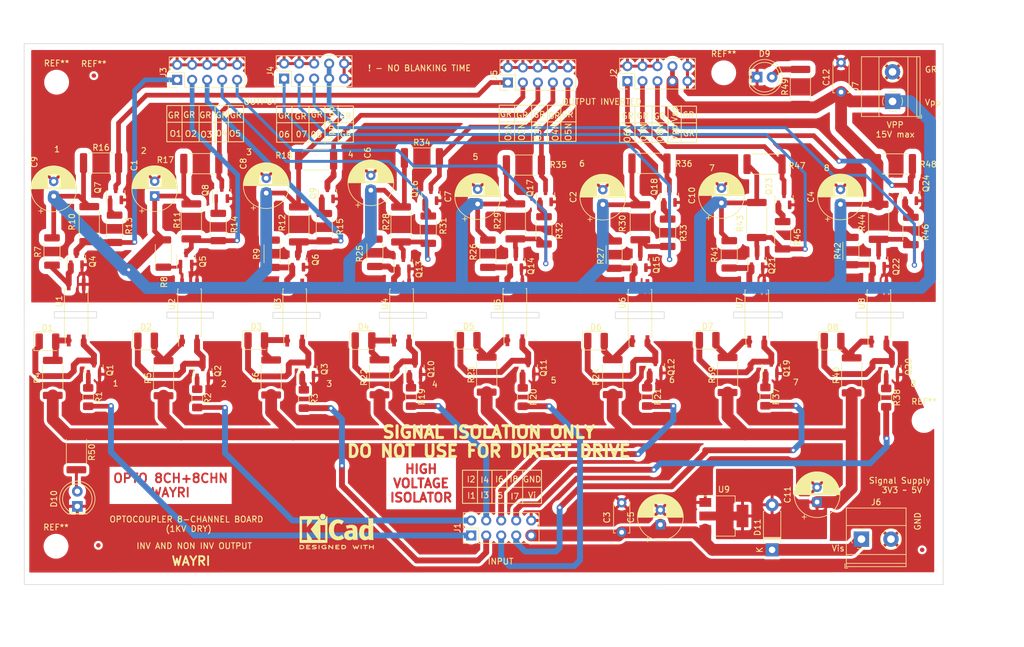
<source format=kicad_pcb>
(kicad_pcb (version 20211014) (generator pcbnew)
  (layers (0 "F.Cu" signal) (31 "B.Cu" signal) (34 "B.Paste" user) (35 "F.Paste" user) (36 "B.SilkS" user "B.Silkscreen") (37 "F.SilkS" user "F.Silkscreen") (38 "B.Mask" user) (39 "F.Mask" user) (44 "Edge.Cuts" user))
  (net 0 "")
  (net 1 "Vpp")
  (net 2 "5V")
  (net 3 "Net-(D1-Pad1)")
  (net 4 "Net-(D1-Pad2)")
  (net 5 "Net-(D2-Pad1)")
  (net 6 "Net-(D2-Pad2)")
  (net 7 "Net-(D3-Pad1)")
  (net 8 "Net-(D3-Pad2)")
  (net 9 "Net-(D4-Pad1)")
  (net 10 "Net-(D4-Pad2)")
  (net 11 "Net-(D5-Pad1)")
  (net 12 "Net-(D5-Pad2)")
  (net 13 "Net-(D6-Pad1)")
  (net 14 "Net-(D6-Pad2)")
  (net 15 "Net-(D7-Pad1)")
  (net 16 "Net-(D7-Pad2)")
  (net 17 "Net-(D8-Pad1)")
  (net 18 "Net-(D8-Pad2)")
  (net 19 "Net-(D9-Pad2)")
  (net 20 "GREF")
  (net 21 "GND")
  (net 22 "Vis")
  (net 23 "Vi1")
  (net 24 "Vi2")
  (net 25 "Vi3")
  (net 26 "Vi4")
  (net 27 "Vi5")
  (net 28 "Vi6")
  (net 29 "Vi7")
  (net 30 "Vi8")
  (net 31 "Vo1")
  (net 32 "Vo2")
  (net 33 "Vo3")
  (net 34 "Vo4")
  (net 35 "Vo5")
  (net 36 "Vo1n")
  (net 37 "Vo2n")
  (net 38 "Vo3n")
  (net 39 "Vo4n")
  (net 40 "Vo5n")
  (net 41 "Vo6n")
  (net 42 "Vo7n")
  (net 43 "Vo8n")
  (net 44 "Vo6")
  (net 45 "Vo7")
  (net 46 "Vo8")
  (net 47 "Net-(Q1-Pad1)")
  (net 48 "Net-(Q2-Pad1)")
  (net 49 "Net-(Q3-Pad1)")
  (net 50 "Net-(Q4-Pad1)")
  (net 51 "Net-(Q5-Pad1)")
  (net 52 "Net-(Q6-Pad1)")
  (net 53 "Net-(Q7-Pad1)")
  (net 54 "Net-(Q8-Pad1)")
  (net 55 "Net-(Q9-Pad1)")
  (net 56 "Net-(Q10-Pad1)")
  (net 57 "Net-(Q11-Pad1)")
  (net 58 "Net-(Q12-Pad1)")
  (net 59 "Net-(Q13-Pad1)")
  (net 60 "Net-(Q14-Pad1)")
  (net 61 "Net-(Q15-Pad1)")
  (net 62 "Net-(Q16-Pad1)")
  (net 63 "Net-(Q17-Pad1)")
  (net 64 "Net-(Q18-Pad1)")
  (net 65 "Net-(Q19-Pad1)")
  (net 66 "Net-(Q20-Pad1)")
  (net 67 "Net-(Q21-Pad1)")
  (net 68 "Net-(Q22-Pad1)")
  (net 69 "Net-(Q23-Pad1)")
  (net 70 "Net-(D10-Pad2)")
  (net 71 "Net-(Q24-Pad1)")
  (footprint "Package_TO_SOT_SMD:SOT-23" (layer "F.Cu") (at 121.2 59.5 90)
    (fp_text reference "Q15")
    (fp_text value "BC847B ")
  )
  (footprint "Capacitor_THT:CP_Radial_D7.5mm_P2.50mm" (layer "F.Cu") (at 93.67 49.66 90)
    (fp_text reference "C7")
    (fp_text value "10uF 25V")
  )
  (footprint "Capacitor_THT:CP_Radial_D7.5mm_P2.50mm" (layer "F.Cu") (at 134.94 49.481394 90)
    (fp_text reference "C10")
    (fp_text value "10uF 25V")
  )
  (footprint "Resistor_SMD:R_1206_3216Metric_Pad1.30x1.75mm_HandSolder" (layer "F.Cu") (at 162.8225 82.44 -90)
    (fp_text reference "R38")
    (fp_text value "10k")
  )
  (footprint "Resistor_SMD:R_2010_5025Metric" (layer "F.Cu") (at 145.29 54.96 90)
    (fp_text reference "R45")
    (fp_text value "10k 0.25W")
  )
  (footprint "Resistor_SMD:R_2010_5025Metric" (layer "F.Cu") (at 125.83 54.54 90)
    (fp_text reference "R33")
    (fp_text value "10k 0.25W")
  )
  (footprint "Resistor_SMD:R_2010_5025Metric" (layer "F.Cu") (at 156.84 57.63 -90)
    (fp_text reference "R42")
    (fp_text value "10k 0.25W")
  )
  (footprint "LED_SMD:LED_1210_3225Metric" (layer "F.Cu") (at 113.7 72.8)
    (fp_text reference "D6")
    (fp_text value "LED")
  )
  (footprint "" (layer "F.Cu") (at 29.464 107.442)
    (fp_text reference "")
    (fp_text value "")
  )
  (footprint "LED_SMD:LED_1210_3225Metric" (layer "F.Cu") (at 37.55 72.75)
    (fp_text reference "D2")
    (fp_text value "LED")
  )
  (footprint "Resistor_SMD:R_2010_5025Metric" (layer "F.Cu") (at 167 54.23 90)
    (fp_text reference "R46")
    (fp_text value "10k 0.25W")
  )
  (footprint "Package_TO_SOT_SMD:SOT-223-3_TabPin2" (layer "F.Cu") (at 135.35 102.48)
    (fp_text reference "U9")
    (fp_text value "AMS1117-5.0")
  )
  (footprint "Resistor_SMD:R_2010_5025Metric" (layer "F.Cu") (at 21.62 57.71 -90)
    (fp_text reference "R7")
    (fp_text value "10k 0.25W")
  )
  (footprint "Capacitor_THT:CP_Radial_D7.5mm_P2.50mm" (layer "F.Cu") (at 75.59 47.331395 90)
    (fp_text reference "C6")
    (fp_text value "10uF 25V")
  )
  (footprint "Package_TO_SOT_SMD:SOT-23" (layer "F.Cu") (at 105.16 48.37 90)
    (fp_text reference "Q17")
    (fp_text value "BC847B ")
  )
  (footprint "Resistor_SMD:R_1206_3216Metric_Pad1.30x1.75mm_HandSolder" (layer "F.Cu") (at 101.3 82.35 -90)
    (fp_text reference "R20")
    (fp_text value "10k")
  )
  (footprint "Resistor_SMD:R_2512_6332Metric" (layer "F.Cu") (at 164.3 42.88)
    (fp_text reference "R48")
    (fp_text value "300 0.5W")
  )
  (footprint "Resistor_SMD:R_2512_6332Metric" (layer "F.Cu") (at 116.53 78.97 90)
    (fp_text reference "R24")
    (fp_text value "300 0.5W")
  )
  (footprint "Package_TO_SOT_SMD:SOT-23" (layer "F.Cu") (at 166.98 48.18 90)
    (fp_text reference "Q24")
    (fp_text value "BC847B ")
  )
  (footprint "Package_TO_SOT_SMD:SOT-23" (layer "F.Cu") (at 63.24 59.42 90)
    (fp_text reference "Q6")
    (fp_text value "BC847B ")
  )
  (footprint "Package_TO_SOT_SMD:SOT-23" (layer "F.Cu") (at 83.06 77.58 90)
    (fp_text reference "Q10")
    (fp_text value "BC847B ")
  )
  (footprint "LED_THT:LED_D5.0mm" (layer "F.Cu") (at 140.965 28.194)
    (fp_text reference "D9")
    (fp_text value "LED RED")
  )
  (footprint "Package_TO_SOT_SMD:SOT-23" (layer "F.Cu") (at 140.97 59.35 90)
    (fp_text reference "Q21")
    (fp_text value "BC847B ")
  )
  (footprint "Resistor_SMD:R_2512_6332Metric" (layer "F.Cu") (at 58.71 79.03 90)
    (fp_text reference "R6")
    (fp_text value "300 0.5W")
  )
  (footprint "Resistor_SMD:R_2010_5025Metric" (layer "F.Cu") (at 136.26 58.19 -90)
    (fp_text reference "R41")
    (fp_text value "10k 0.25W")
  )
  (footprint "Resistor_SMD:R_2512_6332Metric" (layer "F.Cu") (at 46.89 42.84)
    (fp_text reference "R17")
    (fp_text value "300 0.5W")
  )
  (footprint "Resistor_SMD:R_1206_3216Metric_Pad1.30x1.75mm_HandSolder" (layer "F.Cu") (at 64.25 82.67 -90)
    (fp_text reference "R3")
    (fp_text value "10k")
  )
  (footprint "Package_SO:SO-4_7.6x3.6mm_P2.54mm" (layer "F.Cu") (at 25.72 68.02 90)
    (fp_text reference "U1")
    (fp_text value "EL817")
  )
  (footprint "Resistor_SMD:R_2010_5025Metric" (layer "F.Cu") (at 49.76 53.56 90)
    (fp_text reference "R14")
    (fp_text value "10k 0.25W")
  )
  (footprint "Resistor_SMD:R_1206_3216Metric_Pad1.30x1.75mm_HandSolder" (layer "F.Cu") (at 27.75 82.35 -90)
    (fp_text reference "R1")
    (fp_text value "10k")
  )
  (footprint "Resistor_SMD:R_2010_5025Metric" (layer "F.Cu") (at 67.71 53.59 90)
    (fp_text reference "R15")
    (fp_text value "10k 0.25W")
  )
  (footprint "Resistor_SMD:R_2512_6332Metric" (layer "F.Cu") (at 148.3 29.85 90)
    (fp_text reference "R49")
    (fp_text value "300 0.5W")
  )
  (footprint "Package_TO_SOT_SMD:SOT-23" (layer "F.Cu") (at 32.41 48.04 90)
    (fp_text reference "Q7")
    (fp_text value "BC847B ")
  )
  (footprint "Resistor_SMD:R_2010_5025Metric" (layer "F.Cu") (at 40.47 58.05 -90)
    (fp_text reference "R8")
    (fp_text value "10k 0.25W")
  )
  (footprint "Connector_PinHeader_2.54mm:PinHeader_2x05_P2.54mm_Vertical" (layer "F.Cu") (at 119.025 28.875 90)
    (fp_text reference "J2")
    (fp_text value "CHN")
  )
  (footprint "Package_TO_SOT_SMD:SOT-23" (layer "F.Cu") (at 81.09 59.69 90)
    (fp_text reference "Q13")
    (fp_text value "BC847B ")
  )
  (footprint "Symbol:KiCad-Logo2_5mm_SilkScreen" (layer "F.Cu") (at 69.8 105.1)
    (fp_text reference "REF**" hide)
    (fp_text value "KiCad-Logo2_5mm_SilkScreen" hide)
  )
  (footprint "Resistor_SMD:R_2010_5025Metric" (layer "F.Cu") (at 95.4 58.08 -90)
    (fp_text reference "R26")
    (fp_text value "10k 0.25W")
  )
  (footprint "" (layer "F.Cu") (at 168.91 108.204)
    (fp_text reference "")
    (fp_text value "")
  )
  (footprint "Resistor_SMD:R_2512_6332Metric" (layer "F.Cu") (at 142.23 42.92)
    (fp_text reference "R47")
    (fp_text value "300 0.5W")
  )
  (footprint "Package_TO_SOT_SMD:SOT-23" (layer "F.Cu") (at 126.13 48.47 90)
    (fp_text reference "Q18")
    (fp_text value "BC847B ")
  )
  (footprint "Package_TO_SOT_SMD:SOT-23" (layer "F.Cu") (at 163.78 77.6 90)
    (fp_text reference "Q20")
    (fp_text value "BC847B ")
  )
  (footprint "Resistor_SMD:R_2512_6332Metric" (layer "F.Cu") (at 140.91 52.38 -90)
    (fp_text reference "R43")
    (fp_text value "300 0.5W")
  )
  (footprint "Capacitor_THT:CP_Radial_D7.5mm_P2.50mm" (layer "F.Cu") (at 155.08 49.721394 90)
    (fp_text reference "C4")
    (fp_text value "10uF 25V")
  )
  (footprint "Connector_PinHeader_2.54mm:PinHeader_2x05_P2.54mm_Vertical" (layer "F.Cu") (at 92.575 105.775 90)
    (fp_text reference "J1")
    (fp_text value "INPUT")
  )
  (footprint "Package_SO:SO-4_7.6x3.6mm_P2.54mm" (layer "F.Cu") (at 140.92 68.22 90)
    (fp_text reference "U7")
    (fp_text value "EL817")
  )
  (footprint "Capacitor_THT:C_Disc_D5.0mm_W2.5mm_P5.00mm" (layer "F.Cu") (at 118.05 105.24 90)
    (fp_text reference "C3")
    (fp_text value "Cfi")
  )
  (footprint "LED_THT:LED_D5.0mm" (layer "F.Cu") (at 25.908 100.843 90)
    (fp_text reference "D10")
    (fp_text value "LED GREEN")
  )
  (footprint "Resistor_SMD:R_2010_5025Metric" (layer "F.Cu") (at 58.87 58.09 -90)
    (fp_text reference "R9")
    (fp_text value "10k 0.25W")
  )
  (footprint "Capacitor_THT:CP_Radial_D7.5mm_P2.50mm" (layer "F.Cu") (at 39 48.321394 90)
    (fp_text reference "C1")
    (fp_text value "10uF 25V")
  )
  (footprint "Package_TO_SOT_SMD:SOT-23" (layer "F.Cu") (at 28.72 77.55 90)
    (fp_text reference "Q1")
    (fp_text value "BC847B ")
  )
  (footprint "Resistor_SMD:R_2512_6332Metric" (layer "F.Cu") (at 63.41 53.12 -90)
    (fp_text reference "R12")
    (fp_text value "300 0.5W")
  )
  (footprint "Resistor_SMD:R_2512_6332Metric" (layer "F.Cu") (at 100.05 52.61 -90)
    (fp_text reference "R29")
    (fp_text value "300 0.5W")
  )
  (footprint "Package_SO:SO-4_7.6x3.6mm_P2.54mm" (layer "F.Cu") (at 44.9 68.05 90)
    (fp_text reference "U2")
    (fp_text value "EL817")
  )
  (footprint "Resistor_SMD:R_2512_6332Metric" (layer "F.Cu") (at 77.05 79 90)
    (fp_text reference "R22")
    (fp_text value "300 0.5W")
  )
  (footprint "Resistor_SMD:R_2512_6332Metric" (layer "F.Cu") (at 27.93 53.07 -90)
    (fp_text reference "R10")
    (fp_text value "300 0.5W")
  )
  (footprint "Package_SO:SO-4_7.6x3.6mm_P2.54mm" (layer "F.Cu") (at 161.59 68.22 90)
    (fp_text reference "U8")
    (fp_text value "EL817")
  )
  (footprint "Package_TO_SOT_SMD:SOT-23" (layer "F.Cu") (at 145.53 48.87 90)
    (fp_text reference "Q23")
    (fp_text value "BC847B ")
  )
  (footprint "Capacitor_THT:CP_Radial_D7.5mm_P2.50mm" (layer "F.Cu") (at 124.6 103.951395 90)
    (fp_text reference "C5")
    (fp_text value "Ci 100uF 25V")
  )
  (footprint "Connector_PinHeader_2.54mm:PinHeader_2x05_P2.54mm_Vertical" (layer "F.Cu") (at 98.785 29.105 90)
    (fp_text reference "J5")
    (fp_text value "CHN")
  )
  (footprint "LED_SMD:LED_1210_3225Metric" (layer "F.Cu") (at 153.75 72.8)
    (fp_text reference "D8")
    (fp_text value "LED")
  )
  (footprint "Resistor_SMD:R_1206_3216Metric_Pad1.30x1.75mm_HandSolder" (layer "F.Cu") (at 122.35 82.31 -90)
    (fp_text reference "R21")
    (fp_text value "10k")
  )
  (footprint "Package_TO_SOT_SMD:SOT-23" (layer "F.Cu") (at 50.36 47.81 90)
    (fp_text reference "Q8")
    (fp_text value "BC847B ")
  )
  (footprint "Resistor_SMD:R_2512_6332Metric" (layer "F.Cu") (at 21.75 79.1 90)
    (fp_text reference "R4")
    (fp_text value "300 0.5W")
  )
  (footprint "Package_TO_SOT_SMD:SOT-23" (layer "F.Cu") (at 68.24 47.86 90)
    (fp_text reference "Q9")
    (fp_text value "BC847B ")
  )
  (footprint "Package_TO_SOT_SMD:SOT-23" (layer "F.Cu") (at 100.13 59.51 90)
    (fp_text reference "Q14")
    (fp_text value "BC847B ")
  )
  (footprint "Connector_PinHeader_2.54mm:PinHeader_2x05_P2.54mm_Vertical" (layer "F.Cu") (at 60.91 28.44 90)
    (fp_text reference "J4")
    (fp_text value "CH")
  )
  (footprint "Capacitor_THT:C_Disc_D5.0mm_W2.5mm_P5.00mm" (layer "F.Cu") (at 155.18 30.73 90)
    (fp_text reference "C12")
    (fp_text value "100n")
  )
  (footprint "Capacitor_THT:CP_Radial_D7.5mm_P2.50mm" (layer "F.Cu") (at 114.86 49.75 90)
    (fp_text reference "C2")
    (fp_text value "10uF 25V")
  )
  (footprint "MountingHole:MountingHole_2.2mm_M2" (layer "F.Cu") (at 22.4 29.05)
    (fp_text reference "REF**")
    (fp_text value "MountingHole_2.2mm_M2")
  )
  (footprint "Diode_THT:D_DO-41_SOD81_P7.62mm_Horizontal" (layer "F.Cu") (at 143.51 108.204 90)
    (fp_text reference "D11")
    (fp_text value "1.5KExxA")
  )
  (footprint "Resistor_SMD:R_2512_6332Metric" (layer "F.Cu") (at 156.98 78.67 90)
    (fp_text reference "R40")
    (fp_text value "300 0.5W")
  )
  (footprint "Resistor_SMD:R_2512_6332Metric" (layer "F.Cu") (at 101.5 43.08)
    (fp_text reference "R35")
    (fp_text value "300 0.5W")
  )
  (footprint "Resistor_SMD:R_2512_6332Metric" (layer "F.Cu") (at 161.54 52.68 -90)
    (fp_text reference "R44")
    (fp_text value "300 0.5W")
  )
  (footprint "Resistor_SMD:R_1206_3216Metric_Pad1.30x1.75mm_HandSolder" (layer "F.Cu") (at 46.2 82.56 -90)
    (fp_text reference "R2")
    (fp_text value "10k")
  )
  (footprint "Capacitor_THT:CP_Radial_D7.5mm_P2.50mm" (layer "F.Cu") (at 57.88 47.811394 90)
    (fp_text reference "C8")
    (fp_text value "10uF 25V")
  )
  (footprint "LED_SMD:LED_1210_3225Metric" (layer "F.Cu") (at 92.15 72.65)
    (fp_text reference "D5")
    (fp_text value "LED")
  )
  (footprint "LED_SMD:LED_1210_3225Metric" (layer "F.Cu") (at 56.2 72.7)
    (fp_text reference "D3")
    (fp_text value "LED")
  )
  (footprint "Capacitor_THT:CP_Radial_D7.5mm_P2.50mm" (layer "F.Cu") (at 21.91 48.351395 90)
    (fp_text reference "C9")
    (fp_text value "10uF 25V")
  )
  (footprint "MountingHole:MountingHole_2.2mm_M2" (layer "F.Cu") (at 135.32 27.46)
    (fp_text reference "REF**")
    (fp_text value "MountingHole_2.2mm_M2")
  )
  (footprint "Capacitor_THT:CP_Radial_D7.5mm_P2.50mm" (layer "F.Cu") (at 151.12 100.12 90)
    (fp_text reference "C11")
    (fp_text value "Co")
  )
  (footprint "Resistor_SMD:R_1206_3216Metric_Pad1.30x1.75mm_HandSolder" (layer "F.Cu") (at 142.3675 82.27 -90)
    (fp_text reference "R37")
    (fp_text value "10k")
  )
  (footprint "Resistor_SMD:R_2512_6332Metric" (layer "F.Cu") (at 66.32 42.19)
    (fp_text reference "R18")
    (fp_text value "300 0.5W")
  )
  (footprint "MountingHole:MountingHole_2.2mm_M2" (layer "F.Cu") (at 22.3 107.6)
    (fp_text reference "REF**")
    (fp_text value "MountingHole_2.2mm_M2")
  )
  (footprint "Connector_PinHeader_2.54mm:PinHeader_2x05_P2.54mm_Vertical" (layer "F.Cu") (at 42.8 28.65 90)
    (fp_text reference "J3")
    (fp_text value "CH")
  )
  (footprint "Resistor_SMD:R_1206_3216Metric_Pad1.30x1.75mm_HandSolder" (layer "F.Cu") (at 82.3875 82.32 -90)
    (fp_text reference "R19")
    (fp_text value "10k")
  )
  (footprint "LED_SMD:LED_1210_3225Metric" (layer "F.Cu") (at 132.6 72.65)
    (fp_text reference "D7")
    (fp_text value "LED")
  )
  (footprint "Resistor_SMD:R_2512_6332Metric" (layer "F.Cu") (at 40.5 79.15 90)
    (fp_text reference "R5")
    (fp_text value "300 0.5W")
  )
  (footprint "Package_SO:SO-4_7.6x3.6mm_P2.54mm" (layer "F.Cu") (at 80.79 68.03 90)
    (fp_text reference "U4")
    (fp_text value "EL817")
  )
  (footprint "Resistor_SMD:R_2512_6332Metric" (layer "F.Cu") (at 29.92 42.73)
    (fp_text reference "R16")
    (fp_text value "300 0.5W")
  )
  (footprint "Resistor_SMD:R_2512_6332Metric" (layer "F.Cu") (at 122.75 42.79)
    (fp_text reference "R36")
    (fp_text value "300 0.5W")
  )
  (footprint "Resistor_SMD:R_2512_6332Metric" (layer "F.Cu") (at 80.7 53.13 -90)
    (fp_text reference "R28")
    (fp_text value "300 0.5W")
  )
  (footprint "Package_TO_SOT_SMD:SOT-23" (layer "F.Cu") (at 161.53 59.27 90)
    (fp_text reference "Q22")
    (fp_text value "BC847B ")
  )
  (footprint "Resistor_SMD:R_2010_5025Metric" (layer "F.Cu") (at 104.9 54.13 90)
    (fp_text reference "R32")
    (fp_text value "10k 0.25W")
  )
  (footprint "Resistor_SMD:R_2512_6332Metric" (layer "F.Cu") (at 84.23 41.88)
    (fp_text reference "R34")
    (fp_text value "300 0.5W")
  )
  (footprint "Package_TO_SOT_SMD:SOT-23" (layer "F.Cu") (at 102.22 77.51 90)
    (fp_text reference "Q11")
    (fp_text value "BC847B ")
  )
  (footprint "Resistor_SMD:R_2512_6332Metric" (layer "F.Cu") (at 121.2 52.76 -90)
    (fp_text reference "R30")
    (fp_text value "300 0.5W")
  )
  (footprint "Resistor_SMD:R_2010_5025Metric" (layer "F.Cu") (at 116.77 58.24 -90)
    (fp_text reference "R27")
    (fp_text value "10k 0.25W")
  )
  (footprint "Resistor_SMD:R_2010_5025Metric" (layer "F.Cu") (at 85.31 54.01 90)
    (fp_text reference "R31")
    (fp_text value "10k 0.25W")
  )
  (footprint "Package_SO:SO-4_7.6x3.6mm_P2.54mm" (layer "F.Cu") (at 62.7 68.05 90)
    (fp_text reference "U3")
    (fp_text value "EL817")
  )
  (footprint "LED_SMD:LED_1210_3225Metric" (layer "F.Cu") (at 74.35 72.7)
    (fp_text reference "D4")
    (fp_text value "LED")
  )
  (footprint "Resistor_SMD:R_2512_6332Metric" (layer "F.Cu") (at 25.75 91.69 -90)
    (fp_text reference "R50")
    (fp_text value "300 0.5W")
  )
  (footprint "Package_TO_SOT_SMD:SOT-23" (layer "F.Cu") (at 44.32 58.9 90)
    (fp_text reference "Q5")
    (fp_text value "BC847B ")
  )
  (footprint "Package_SO:SO-4_7.6x3.6mm_P2.54mm" (layer "F.Cu") (at 121.14 68.13 90)
    (fp_text reference "U6")
    (fp_text value "EL817")
  )
  (footprint "Package_TO_SOT_SMD:SOT-23" (layer "F.Cu") (at 25.75 59 90)
    (fp_text reference "Q4")
    (fp_text value "BC847B ")
  )
  (footprint "Resistor_SMD:R_2010_5025Metric" (layer "F.Cu") (at 76.27 57.93 -90)
    (fp_text reference "R25")
    (fp_text value "10k 0.25W")
  )
  (footprint "Package_TO_SOT_SMD:SOT-23" (layer "F.Cu") (at 47.13 78.1575 90)
    (fp_text reference "Q2")
    (fp_text value "BC847B ")
  )
  (footprint "Package_SO:SO-4_7.6x3.6mm_P2.54mm" (layer "F.Cu") (at 99.97 67.98 90)
    (fp_text reference "U5")
    (fp_text value "EL817")
  )
  (footprint "LED_SMD:LED_1210_3225Metric" (layer "F.Cu") (at 20.85 72.9)
    (fp_text reference "D1")
    (fp_text value "LED")
  )
  (footprint "TerminalBlock_Phoenix:TerminalBlock_Phoenix_MKDS-1,5-2_1x02_P5.00mm_Horizontal" (layer "F.Cu") (at 163.895 32.3 90)
    (fp_text reference "J7")
    (fp_text value "Vp")
  )
  (footprint "Resistor_SMD:R_2512_6332Metric" (layer "F.Cu") (at 45.21 52.61 -90)
    (fp_text reference "R11")
    (fp_text value "300 0.5W")
  )
  (footprint "Package_TO_SOT_SMD:SOT-23" (layer "F.Cu") (at 64.93 77.72 90)
    (fp_text reference "Q3")
    (fp_text value "BC847B ")
  )
  (footprint "Resistor_SMD:R_2512_6332Metric" (layer "F.Cu") (at 95.2 78.55 90)
    (fp_text reference "R23")
    (fp_text value "300 0.5W")
  )
  (footprint "Resistor_SMD:R_2010_5025Metric" (layer "F.Cu") (at 32.22 53.87 90)
    (fp_text reference "R13")
    (fp_text value "10k 0.25W")
  )
  (footprint "Fiducial:Fiducial_0.75mm_Mask1.5mm" (layer "F.Cu") (at 28.702 27.94)
    (fp_text reference "REF**")
    (fp_text value "Fiducial_0.75mm_Mask1.5mm")
  )
  (footprint "Package_TO_SOT_SMD:SOT-23" (layer "F.Cu") (at 85.76 48.17 90)
    (fp_text reference "Q16")
    (fp_text value "BC847B ")
  )
  (footprint "Package_TO_SOT_SMD:SOT-23" (layer "F.Cu") (at 143.37 77.42 90)
    (fp_text reference "Q19")
    (fp_text value "BC847B ")
  )
  (footprint "Resistor_SMD:R_2512_6332Metric" (layer "F.Cu") (at 135.97 78.61 90)
    (fp_text reference "R39")
    (fp_text value "300 0.5W")
  )
  (footprint "MountingHole:MountingHole_2.2mm_M2" (layer "F.Cu") (at 169.23 86.31)
    (fp_text reference "REF**")
    (fp_text value "MountingHole_2.2mm_M2")
  )
  (footprint "Package_TO_SOT_SMD:SOT-23" (layer "F.Cu") (at 123.74 77.32 90)
    (fp_text reference "Q12")
    (fp_text value "BC847B ")
  )
  (footprint "TerminalBlock_Phoenix:TerminalBlock_Phoenix_MKDS-1,5-2_1x02_P5.00mm_Horizontal" (layer "F.Cu") (at 158.63 106.395)
    (fp_text reference "J6")
    (fp_text value "Vsi")
  )
  (gr_line (start 54.08 35.83) (end 41.12 35.83) (layer "F.SilkS") (width 0.15))
  (gr_line (start 70.06 33.01) (end 70.06 39.15) (layer "F.SilkS") (width 0.15))
  (gr_line (start 102.8 32.98) (end 102.8 39.01) (layer "F.SilkS") (width 0.15))
  (gr_line (start 43.64 33.11) (end 43.64 38.99) (layer "F.SilkS") (width 0.15))
  (gr_line (start 99.91 33.05) (end 99.91 38.93) (layer "F.SilkS") (width 0.15))
  (gr_line (start 105.5 33.05) (end 105.5 39.19) (layer "F.SilkS") (width 0.15))
  (gr_rect (start 97.32 32.95) (end 110.31 39.07) (layer "F.SilkS") (width 0.15) (fill none))
  (gr_line (start 128.13 33.03) (end 128.13 39.17) (layer "F.SilkS") (width 0.15))
  (gr_rect (start 91.11 94.73) (end 104.47 100.33) (layer "F.SilkS") (width 0.15) (fill none))
  (gr_line (start 120.3 33.21) (end 120.3 39.09) (layer "F.SilkS") (width 0.15))
  (gr_line (start 96.09 100.33) (end 95.98 100.33) (layer "F.SilkS") (width 0.15))
  (gr_line (start 96.09 94.8) (end 96.09 100.33) (layer "F.SilkS") (width 0.15))
  (gr_line (start 98.62 94.73) (end 98.62 100.4) (layer "F.SilkS") (width 0.15))
  (gr_rect (start 117.71 33.11) (end 130.7 39.23) (layer "F.SilkS") (width 0.15) (fill none))
  (gr_rect (start 41.05 33.01) (end 54.04 39.13) (layer "F.SilkS") (width 0.15) (fill none))
  (gr_line (start 110.35 35.77) (end 97.39 35.77) (layer "F.SilkS") (width 0.15))
  (gr_line (start 46.53 33.04) (end 46.53 39.07) (layer "F.SilkS") (width 0.15))
  (gr_line (start 91.11 97.62) (end 104.466966 97.620241) (layer "F.SilkS") (width 0.15))
  (gr_line (start 101.29 94.8) (end 101.29 100.4) (layer "F.SilkS") (width 0.15))
  (gr_line (start 65.12 33.12) (end 65.12 39.15) (layer "F.SilkS") (width 0.15))
  (gr_line (start 93.64 94.73) (end 93.64 100.33) (layer "F.SilkS") (width 0.15))
  (gr_line (start 51.47 32.93) (end 51.47 39.07) (layer "F.SilkS") (width 0.15))
  (gr_line (start 67.82 33.19) (end 67.82 39.33) (layer "F.SilkS") (width 0.15))
  (gr_line (start 49.23 33.11) (end 49.23 39.25) (layer "F.SilkS") (width 0.15))
  (gr_rect (start 59.64 33.09) (end 72.63 39.21) (layer "F.SilkS") (width 0.15) (fill none))
  (gr_line (start 130.74 35.93) (end 117.78 35.93) (layer "F.SilkS") (width 0.15))
  (gr_line (start 72.67 35.91) (end 59.71 35.91) (layer "F.SilkS") (width 0.15))
  (gr_line (start 107.74 32.87) (end 107.74 39.01) (layer "F.SilkS") (width 0.15))
  (gr_line (start 62.23 33.19) (end 62.23 39.07) (layer "F.SilkS") (width 0.15))
  (gr_line (start 123.19 33.14) (end 123.19 39.17) (layer "F.SilkS") (width 0.15))
  (gr_line (start 125.89 33.21) (end 125.89 39.35) (layer "F.SilkS") (width 0.15))
  (gr_rect (start 22.01 67.88) (end 29.16 68.96) (layer "Edge.Cuts") (width 0.1) (fill none))
  (gr_line (start 16.906266 22.531604) (end 172.463507 22.59117) (layer "Edge.Cuts") (width 0.1))
  (gr_rect (start 77.04 68) (end 84.98 69.01) (layer "Edge.Cuts") (width 0.1) (fill none))
  (gr_line (start 16.926589 114.083474) (end 16.906266 22.531604) (layer "Edge.Cuts") (width 0.1))
  (gr_rect (start 157.7 67.98) (end 165.71 68.97) (layer "Edge.Cuts") (width 0.1) (fill none))
  (gr_rect (start 136.98 67.94) (end 145.22 68.94) (layer "Edge.Cuts") (width 0.1) (fill none))
  (gr_rect (start 41.06 67.96) (end 48.92 69) (layer "Edge.Cuts") (width 0.1) (fill none))
  (gr_rect (start 116.99 67.91) (end 125.25 69.07) (layer "Edge.Cuts") (width 0.1) (fill none))
  (gr_rect (start 59.02 68) (end 66.99 69.03) (layer "Edge.Cuts") (width 0.1) (fill none))
  (gr_line (start 172.46 114.08) (end 16.926589 114.083474) (layer "Edge.Cuts") (width 0.1))
  (gr_rect (start 95.95 68) (end 104.06 68.96) (layer "Edge.Cuts") (width 0.1) (fill none))
  (gr_line (start 172.463507 22.59117) (end 172.46 114.08) (layer "Edge.Cuts") (width 0.1))
  (gr_text "HIGH\nVOLTAGE\nISOLATOR" (at 84.1 96.95) (layer "F.Cu") (effects (font (size 1.5 1.5) (thickness 0.35))))
  (gr_text "OPTO 8CH+8CHN\nWAYRI" (at 41.7 97.3) (layer "F.Cu") (effects (font (size 1.5 1.5) (thickness 0.3))))
  (gr_text "Vis" (at 154.686 107.95) (layer "F.SilkS") (effects (font (size 1 1))))
  (gr_text "Signal Supply\n 3V3 ~ 5V" (at 165.1 97.282) (layer "F.SilkS") (effects (font (size 1 1))))
  (gr_text "3" (at 54.97 40.88) (layer "F.SilkS") (effects (font (size 1 1))))
  (gr_text "Vpp" (at 126.94 37.54 90) (layer "F.SilkS") (effects (font (size 1 1))))
  (gr_text "GR" (at 119.06 34.74) (layer "F.SilkS") (effects (font (size 1 1))))
  (gr_text "O1" (at 42.55 37.76) (layer "F.SilkS") (effects (font (size 1 1))))
  (gr_text "5" (at 93.3 41.69) (layer "F.SilkS") (effects (font (size 1 1))))
  (gr_text "GR" (at 121.59 34.74) (layer "F.SilkS") (effects (font (size 1 1))))
  (gr_text "WAYRI" (at 45.15 110.1) (layer "F.SilkS") (effects (font (size 1.5 1.5) (thickness 0.3))))
  (gr_text "1" (at 32.38 80.03) (layer "F.SilkS") (effects (font (size 1 1))))
  (gr_text "GR" (at 104.08 34.53) (layer "F.SilkS") (effects (font (size 1 1))))
  (gr_text "INV AND NON INV OUTPUT" (at 45.7 107.55) (layer "F.SilkS") (effects (font (size 1 1))))
  (gr_text "I6" (at 97.36 96.28) (layer "F.SilkS") (effects (font (size 1 1))))
  (gr_text "4\n" (at 72.19 41.29) (layer "F.SilkS") (effects (font (size 1 1))))
  (gr_text "GR" (at 101.19 34.64) (layer "F.SilkS") (effects (font (size 1 1))))
  (gr_text "I2" (at 92.56 96.28) (layer "F.SilkS") (effects (font (size 1 1))))
  (gr_text "VPP\n15V max" (at 164.338 37.084) (layer "F.SilkS") (effects (font (size 1 1))))
  (gr_text "GR" (at 60.894704 34.695022) (layer "F.SilkS") (effects (font (size 1 1))))
  (gr_text "Vpp" (at 68.79 37.61 90) (layer "F.SilkS") (effects (font (size 1 1))))
  (gr_text "GR" (at 52.73 34.62) (layer "F.SilkS") (effects (font (size 1 1))))
  (gr_text "O2N" (at 101.13 37.43 90) (layer "F.SilkS") (effects (font (size 1 1))))
  (gr_text "GR" (at 108.876095 34.496459) (layer "F.SilkS") (effects (font (size 1 1))))
  (gr_text "Vpp" (at 126.97 34.41 90) (layer "F.SilkS") (effects (font (size 1 1))))
  (gr_text "I7" (at 99.96 99.17) (layer "F.SilkS") (effects (font (size 1 1))))
  (gr_text "7" (at 147.51 79.85) (layer "F.SilkS") (effects (font (size 1 1))))
  (gr_text "O2" (at 45.12 37.79) (layer "F.SilkS") (effects (font (size 1 1))))
  (gr_text "GND\n" (at 168.148 103.378 90) (layer "F.SilkS") (effects (font (size 1 1))))
  (gr_text "GR" (at 170.4 26.91) (layer "F.SilkS") (effects (font (size 1 1))))
  (gr_text "Vpp" (at 68.86 34.48 90) (layer "F.SilkS") (effects (font (size 1 1))))
  (gr_text "06" (at 60.92 37.9) (layer "F.SilkS") (effects (font (size 1 1))))
  (gr_text "GR" (at 71.34 37.85) (layer "F.SilkS") (effects (font (size 1 1))))
  (gr_text "Vi" (at 102.88 98.96) (layer "F.SilkS") (effects (font (size 1 1))))
  (gr_text "! - NO BLANKING TIME" (at 83.82 26.67) (layer "F.SilkS") (effects (font (size 1 1))))
  (gr_text "GR" (at 124.47 34.81) (layer "F.SilkS") (effects (font (size 1 1))))
  (gr_text "GR" (at 50.31 34.62) (layer "F.SilkS") (effects (font (size 1 1))))
  (gr_text "I1" (at 92.63 99.03) (layer "F.SilkS") (effects (font (size 1 1))))
  (gr_text "GR" (at 47.57 34.62) (layer "F.SilkS") (effects (font (size 1 1))))
  (gr_text "7" (at 133.32 43.58) (layer "F.SilkS") (effects (font (size 1 1))))
  (gr_text "O5" (at 52.59 37.76) (layer "F.SilkS") (effects (font (size 1 1))))
  (gr_text "07" (at 63.85 37.87) (layer "F.SilkS") (effects (font (size 1 1))))
  (gr_text "2" (at 50.71 80.11) (layer "F.SilkS") (effects (font (size 1 1))))
  (gr_text "GR" (at 66.43 34.53) (layer "F.SilkS") (effects (font (size 1 1))))
  (gr_text "O3N" (at 103.91 37.5 90) (layer "F.SilkS") (effects (font (size 1 1))))
  (gr_text "I8" (at 99.81 96.25) (layer "F.SilkS") (effects (font (size 1 1))))
  (gr_text "O1N" (at 98.82 37.46 90) (layer "F.SilkS") (effects (font (size 1 1))))
  (gr_text "I5" (at 97.25 99.03) (layer "F.SilkS") (effects (font (size 1 1))))
  (gr_text "8" (at 167.41 80.09) (layer "F.SilkS") (effects (font (size 1 1))))
  (gr_text "I3" (at 94.87 98.96) (layer "F.SilkS") (effects (font (size 1 1))))
  (gr_text "INPUT" (at 97.56 110.17) (layer "F.SilkS") (effects (font (size 1 1))))
  (gr_text "O4N" (at 106.83 37.5 90) (layer "F.SilkS") (effects (font (size 1 1))))
  (gr_text "GR" (at 44.83 34.58) (layer "F.SilkS") (effects (font (size 1 1))))
  (gr_text "I4" (at 94.87 96.39) (layer "F.SilkS") (effects (font (size 1 1))))
  (gr_text "O6N" (at 119 37.74 90) (layer "F.SilkS") (effects (font (size 1 1))))
  (gr_text "GR" (at 71.29 34.82) (layer "F.SilkS") (effects (font (size 1 1))))
  (gr_text "1" (at 22.48 40.39) (layer "F.SilkS") (effects (font (size 1 1))))
  (gr_text "O8N" (at 124.56 37.6 90) (layer "F.SilkS") (effects (font (size 1 1))))
  (gr_text "8" (at 152.76 43.58) (layer "F.SilkS") (effects (font (size 1 1))))
  (gr_text "GND" (at 102.88 96.28) (layer "F.SilkS") (effects (font (size 1 1))))
  (gr_text "3" (at 68.55 80.1) (layer "F.SilkS") (effects (font (size 1 1))))
  (gr_text "6" (at 111.33 42.83) (layer "F.SilkS") (effects (font (size 1 1))))
  (gr_text "Vpp" (at 170.72 32.47) (layer "F.SilkS") (effects (font (size 1 1))))
  (gr_text "GR" (at 106.64 34.71) (layer "F.SilkS") (effects (font (size 1 1))))
  (gr_text "OUTPUT INVERTED" (at 114.69 32.35) (layer "F.SilkS") (effects (font (size 1 1))))
  (gr_text "6" (at 126.56 79.44) (layer "F.SilkS") (effects (font (size 1 1))))
  (gr_text "GR" (at 98.444467 34.424268) (layer "F.SilkS") (effects (font (size 1 1))))
  (gr_text "O5N" (at 109.03 37.46 90) (layer "F.SilkS") (effects (font (size 1 1))))
  (gr_text "5" (at 106.53 79.52) (layer "F.SilkS") (effects (font (size 1 1))))
  (gr_text "4" (at 86.42 80.21) (layer "F.SilkS") (effects (font (size 1 1))))
  (gr_text "GR" (at 129.34716 34.597217) (layer "F.SilkS") (effects (font (size 1 1))))
  (gr_text "O7N" (at 121.78 37.53 90) (layer "F.SilkS") (effects (font (size 1 1))))
  (gr_text "04" (at 50.35 37.72) (layer "F.SilkS") (effects (font (size 1 1))))
  (gr_text "SIGNAL ISOLATION ONLY\nDO NOT USE FOR DIRECT DRIVE" (at 95.55 89.9) (layer "F.SilkS") (effects (font (size 2 2) (thickness 0.5))))
  (gr_text "GR" (at 42.23 34.65) (layer "F.SilkS") (effects (font (size 1 1))))
  (gr_text "2" (at 37.15 40.66) (layer "F.SilkS") (effects (font (size 1 1))))
  (gr_text "OUTPUT" (at 56.89 32.35) (layer "F.SilkS") (effects (font (size 1 1))))
  (gr_text "GR" (at 63.69 34.82) (layer "F.SilkS") (effects (font (size 1 1))))
  (gr_text "OPTOCOUPLER 8-CHANNEL BOARD \n(1KV DRY)" (at 44.75 103.85) (layer "F.SilkS") (effects (font (size 1 1))))
  (gr_text "08" (at 66.36 37.92) (layer "F.SilkS") (effects (font (size 1 1))))
  (gr_text "GR" (at 129.42 37.7) (layer "F.SilkS") (effects (font (size 1 1))))
  (gr_text "O3" (at 47.75 37.9) (layer "F.SilkS") (effects (font (size 1 1))))
  (segment (start 134.94 49.481394) (end 134.94 54.5575) (width 0.8) (layer "F.Cu") (net 1))
  (segment (start 126.645 31.495) (end 126.645 28.875) (width 2) (layer "F.Cu") (net 1))
  (segment (start 155.08 53.5575) (end 156.84 55.3175) (width 0.8) (layer "F.Cu") (net 1))
  (segment (start 61.063894 47.811394) (end 63.41 50.1575) (width 0.8) (layer "F.Cu") (net 1))
  (segment (start 161.3375 42.88) (end 161.3375 49.515) (width 2) (layer "F.Cu") (net 1))
  (segment (start 155.08 49.721394) (end 161.536106 49.721394) (width 0.8) (layer "F.Cu") (net 1))
  (segment (start 121.2 49.7975) (end 114.9075 49.7975) (width 0.8) (layer "F.Cu") (net 1))
  (segment (start 119.7875 48.385) (end 121.2 49.7975) (width 0.8) (layer "F.Cu") (net 1))
  (segment (start 114.9075 49.7975) (end 114.86 49.75) (width 0.8) (layer "F.Cu") (net 1))
  (segment (start 63.3575 42.19) (end 63.3575 50.105) (width 0.8) (layer "F.Cu") (net 1))
  (segment (start 39.6625 55.7375) (end 34.6 60.8) (width 2) (layer "F.Cu") (net 1))
  (segment (start 155.18 36.7225) (end 161.3375 42.88) (width 2) (layer "F.Cu") (net 1))
  (segment (start 128.45 33.3) (end 126.645 31.495) (width 2) (layer "F.Cu") (net 1))
  (segment (start 21.91 48.351395) (end 26.173895 48.351395) (width 0.8) (layer "F.Cu") (net 1))
  (segment (start 75.59 47.331395) (end 75.59 54.9375) (width 0.8) (layer "F.Cu") (net 1))
  (segment (start 140.91 49.4175) (end 140.91 44.5625) (width 0.8) (layer "F.Cu") (net 1))
  (segment (start 57.88 54.7875) (end 58.87 55.7775) (width 0.8) (layer "F.Cu") (net 1))
  (segment (start 81.2675 49.6) (end 80.7 50.1675) (width 0.8) (layer "F.Cu") (net 1))
  (segment (start 75.59 54.9375) (end 76.27 55.6175) (width 0.8) (layer "F.Cu") (net 1))
  (segment (start 21.91 48.351395) (end 21.91 55.1075) (width 0.8) (layer "F.Cu") (net 1))
  (segment (start 155.18 30.73) (end 150.8 33.3) (width 2) (layer "F.Cu") (net 1))
  (segment (start 98.5375 48.135) (end 100.05 49.6475) (width 0.8) (layer "F.Cu") (net 1))
  (segment (start 70.622746 34.930701) (end 70.616799 34.930701) (width 0.8) (layer "F.Cu") (net 1))
  (segment (start 70.616799 34.930701) (end 63.3575 42.19) (width 0.8) (layer "F.Cu") (net 1))
  (segment (start 155.18 30.73) (end 155.18 36.7225) (width 2) (layer "F.Cu") (net 1))
  (segment (start 63.3575 50.105) (end 63.41 50.1575) (width 0.8) (layer "F.Cu") (net 1))
  (segment (start 140.91 44.5625) (end 139.2675 42.92) (width 0.8) (layer "F.Cu") (net 1))
  (segment (start 43.9275 48.365) (end 45.21 49.6475) (width 0.8) (layer "F.Cu") (net 1))
  (segment (start 114.86 54.0175) (end 116.77 55.9275) (width 0.8) (layer "F.Cu") (net 1))
  (segment (start 43.883894 48.321394) (end 45.21 49.6475) (width 0.8) (layer "F.Cu") (net 1))
  (segment (start 93.67 54.0375) (end 95.4 55.7675) (width 0.8) (layer "F.Cu") (net 1))
  (segment (start 39 48.321394) (end 39 54.2675) (width 0.8) (layer "F.Cu") (net 1))
  (segment (start 39 54.2675) (end 40.47 55.7375) (width 0.8) (layer "F.Cu") (net 1))
  (segment (start 26.9575 49.135) (end 27.93 50.1075) (width 0.8) (layer "F.Cu") (net 1))
  (segment (start 155.08 49.721394) (end 155.08 53.5575) (width 0.8) (layer "F.Cu") (net 1))
  (segment (start 75.59 47.331395) (end 77.863895 47.331395) (width 0.8) (layer "F.Cu") (net 1))
  (segment (start 119.7875 42.79) (end 119.7875 48.385) (width 0.8) (layer "F.Cu") (net 1))
  (segment (start 26.9575 42.73) (end 26.9575 49.135) (width 0.8) (layer "F.Cu") (net 1))
  (segment (start 163.895 32.3) (end 156.75 32.3) (width 2) (layer "F.Cu") (net 1))
  (segment (start 93.67 49.66) (end 100.0375 49.66) (width 0.8) (layer "F.Cu") (net 1))
  (segment (start 98.5375 43.08) (end 98.5375 48.135) (width 0.8) (layer "F.Cu") (net 1))
  (segment (start 93.67 49.66) (end 93.67 54.0375) (width 0.8) (layer "F.Cu") (net 1))
  (segment (start 156.75 32.3) (end 155.18 30.73) (width 2) (layer "F.Cu") (net 1))
  (segment (start 161.536106 49.721394) (end 161.54 49.7175) (width 0.8) (layer "F.Cu") (net 1))
  (segment (start 161.3375 49.515) (end 161.54 49.7175) (width 2) (layer "F.Cu") (net 1))
  (segment (start 150.8 33.3) (end 128.45 33.3) (width 2) (layer "F.Cu") (net 1))
  (segment (start 134.94 54.5575) (end 136.26 55.8775) (width 0.8) (layer "F.Cu") (net 1))
  (segment (start 81.2675 41.88) (end 81.2675 49.6) (width 0.8) (layer "F.Cu") (net 1))
  (segment (start 43.9275 42.84) (end 43.9275 48.365) (width 0.8) (layer "F.Cu") (net 1))
  (segment (start 134.94 49.481394) (end 140.846106 49.481394) (width 0.8) (layer "F.Cu") (net 1))
  (segment (start 26.173895 48.351395) (end 27.93 50.1075) (width 0.8) (layer "F.Cu") (net 1))
  (segment (start 100.0375 49.66) (end 100.05 49.6475) (width 0.8) (layer "F.Cu") (net 1))
  (segment (start 21.91 55.1075) (end 21.62 55.3975) (width 0.8) (layer "F.Cu") (net 1))
  (segment (start 57.88 47.811394) (end 57.88 54.7875) (width 0.8) (layer "F.Cu") (net 1))
  (segment (start 57.88 47.811394) (end 61.063894 47.811394) (width 0.8) (layer "F.Cu") (net 1))
  (segment (start 140.846106 49.481394) (end 140.91 49.4175) (width 0.8) (layer "F.Cu") (net 1))
  (segment (start 114.86 49.75) (end 114.86 54.0175) (width 0.8) (layer "F.Cu") (net 1))
  (segment (start 40.47 55.7375) (end 39.6625 55.7375) (width 0.8) (layer "F.Cu") (net 1))
  (segment (start 126.645 26.335) (end 126.645 28.875) (width 0.8) (layer "F.Cu") (net 1))
  (segment (start 39 48.321394) (end 43.883894 48.321394) (width 0.8) (layer "F.Cu") (net 1))
  (segment (start 77.863895 47.331395) (end 80.7 50.1675) (width 0.8) (layer "F.Cu") (net 1))
  (via (at 34.6 60.8) (size 0.9) (drill 0.5) (layers "F.Cu" "B.Cu") (net 1))
  (via (at 70.622746 34.930701) (size 0.9) (drill 0.5) (layers "F.Cu" "B.Cu") (net 1))
  (segment (start 40.049971 63.895648) (end 40.085139 63.86048) (width 2) (layer "B.Cu") (net 1))
  (segment (start 68.53 32.837955) (end 70.622746 34.930701) (width 0.8) (layer "B.Cu") (net 1))
  (segment (start 155.08 62.29096) (end 155.08 49.721394) (width 2) (layer "B.Cu") (net 1))
  (segment (start 133.949085 49.400915) (end 134.859521 49.400915) (width 2) (layer "B.Cu") (net 1))
  (segment (start 170.25 62.35) (end 170.25 35.65) (width 2) (layer "B.Cu") (net 1))
  (segment (start 75.59 55.69) (end 75.59 47.331395) (width 2) (layer "B.Cu") (net 1))
  (segment (start 57.88 60.69096) (end 57.88 47.811394) (width 2) (layer "B.Cu") (net 1))
  (segment (start 34.6 60.8) (end 37.69631 63.89631) (width 2) (layer "B.Cu") (net 1))
  (segment (start 71.93952 59.36048) (end 75.6 55.7) (width 2) (layer "B.Cu") (net 1))
  (segment (start 68.53 25.9) (end 68.53 28.44) (width 0.8) (layer "B.Cu") (net 1))
  (segment (start 134.859521 49.400915) (end 134.94 49.481394) (width 2) (layer "B.Cu") (net 1))
  (segment (start 91.01048 63.86048) (end 110.98952 63.86048) (width 2) (layer "B.Cu") (net 1))
  (segment (start 37.69631 63.89631) (end 40.049971 63.895648) (width 2) (layer "B.Cu") (net 1))
  (segment (start 75.6 55.7) (end 75.59 55.69) (width 2) (layer "B.Cu") (net 1))
  (segment (start 91.01048 51.236842) (end 92.587322 49.66) (width 2) (layer "B.Cu") (net 1))
  (segment (start 131.31048 63.86048) (end 153.51048 63.86048) (width 2) (layer "B.Cu") (net 1))
  (segment (start 71.93952 63.86048) (end 91.01048 63.86048) (width 2) (layer "B.Cu") (net 1))
  (segment (start 153.51048 63.86048) (end 155.08 62.29096) (width 2) (layer "B.Cu") (net 1))
  (segment (start 153.51048 63.86048) (end 168.73952 63.86048) (width 2) (layer "B.Cu") (net 1))
  (segment (start 114.86 59.99) (end 114.86 49.75) (width 2) (layer "B.Cu") (net 1))
  (segment (start 54.71048 63.86048) (end 71.93952 63.86048) (width 2) (layer "B.Cu") (net 1))
  (segment (start 166.85 32.25) (end 163.945 32.25) (width 2) (layer "B.Cu") (net 1))
  (segment (start 40.085139 63.86048) (end 54.71048 63.86048) (width 2) (layer "B.Cu") (net 1))
  (segment (start 110.98952 63.86048) (end 131.31048 63.86048) (width 2) (layer "B.Cu") (net 1))
  (segment (start 21.91 48.71) (end 21.91 48.351395) (width 2) (layer "B.Cu") (net 1))
  (segment (start 34.6 60.8) (end 34 60.8) (width 2) (layer "B.Cu") (net 1))
  (segment (start 71.93952 63.86048) (end 71.93952 59.36048) (width 2) (layer "B.Cu") (net 1))
  (segment (start 54.71048 63.86048) (end 57.88 60.69096) (width 2) (layer "B.Cu") (net 1))
  (segment (start 68.53 28.44) (end 68.53 32.837955) (width 0.8) (layer "B.Cu") (net 1))
  (segment (start 131.31048 52.03952) (end 133.949085 49.400915) (width 2) (layer "B.Cu") (net 1))
  (segment (start 170.25 35.65) (end 166.85 32.25) (width 2) (layer "B.Cu") (net 1))
  (segment (start 168.73952 63.86048) (end 170.25 62.35) (width 2) (layer "B.Cu") (net 1))
  (segment (start 110.98952 63.86048) (end 114.86 59.99) (width 2) (layer "B.Cu") (net 1))
  (segment (start 92.587322 49.66) (end 93.67 49.66) (width 2) (layer "B.Cu") (net 1))
  (segment (start 34 60.8) (end 21.91 48.71) (width 2) (layer "B.Cu") (net 1))
  (segment (start 131.31048 63.86048) (end 131.31048 52.03952) (width 2) (layer "B.Cu") (net 1))
  (segment (start 91.01048 63.86048) (end 91.01048 51.236842) (width 2) (layer "B.Cu") (net 1))
  (segment (start 163.945 32.25) (end 163.895 32.3) (width 2) (layer "B.Cu") (net 1))
  (segment (start 135.97 85.67) (end 138.95 88.65) (width 2) (layer "F.Cu") (net 2))
  (segment (start 40.5 85.65) (end 43.5 88.65) (width 2) (layer "F.Cu") (net 2))
  (segment (start 116.53 81.9325) (end 116.53 85.83) (width 2) (layer "F.Cu") (net 2))
  (segment (start 99.2 88.65) (end 119.35 88.65) (width 2) (layer "F.Cu") (net 2))
  (segment (start 135.97 81.5725) (end 135.97 85.67) (width 2) (layer "F.Cu") (net 2))
  (segment (start 156.85 88.65) (end 156.98 88.52) (width 2) (layer "F.Cu") (net 2))
  (segment (start 119.35 88.65) (end 138.95 88.65) (width 2) (layer "F.Cu") (net 2))
  (segment (start 138.95 88.65) (end 156.85 88.65) (width 2) (layer "F.Cu") (net 2))
  (segment (start 116.53 85.83) (end 119.35 88.65) (width 2) (layer "F.Cu") (net 2))
  (segment (start 77.05 81.9625) (end 77.05 84.9) (width 2) (layer "F.Cu") (net 2))
  (segment (start 95.2 84.65) (end 99.2 88.65) (width 2) (layer "F.Cu") (net 2))
  (segment (start 156.98 88.52) (end 156.98 97.82) (width 2) (layer "F.Cu") (net 2))
  (segment (start 154.4 100.4) (end 154.12 100.12) (width 2) (layer "F.Cu") (net 2))
  (segment (start 156.98 81.6325) (end 156.98 88.52) (width 2) (layer "F.Cu") (net 2))
  (segment (start 43.5 88.65) (end 62.45 88.65) (width 2) (layer "F.Cu") (net 2))
  (segment (start 62.45 88.65) (end 80.8 88.65) (width 2) (layer "F.Cu") (net 2))
  (segment (start 58.71 84.91) (end 62.45 88.65) (width 2) (layer "F.Cu") (net 2))
  (segment (start 154.12 100.12) (end 151.12 100.12) (width 2) (layer "F.Cu") (net 2))
  (segment (start 95.2 81.5125) (end 95.2 84.65) (width 2) (layer "F.Cu") (net 2))
  (segment (start 80.8 88.65) (end 99.2 88.65) (width 2) (layer "F.Cu") (net 2))
  (segment (start 77.05 84.9) (end 80.8 88.65) (width 2) (layer "F.Cu") (net 2))
  (segment (start 21.75 82.0625) (end 21.75 86.15) (width 2) (layer "F.Cu") (net 2))
  (segment (start 132.2 102.48) (end 138.5 102.48) (width 1.5) (layer "F.Cu") (net 2))
  (segment (start 24.25 88.65) (end 43.5 88.65) (width 2) (layer "F.Cu") (net 2))
  (segment (start 21.75 86.15) (end 24.25 88.65) (width 2) (layer "F.Cu") (net 2))
  (segment (start 156.98 97.82) (end 154.4 100.4) (width 2) (layer "F.Cu") (net 2))
  (segment (start 58.71 81.9925) (end 58.71 84.91) (width 2) (layer "F.Cu") (net 2))
  (segment (start 40.5 82.1125) (end 40.5 85.65) (width 2) (layer "F.Cu") (net 2))
  (segment (start 25.3 76.92) (end 26.06 76.16) (width 1) (layer "F.Cu") (net 3))
  (segment (start 28.2675 76.16) (end 28.72 76.6125) (width 1) (layer "F.Cu") (net 3))
  (segment (start 26.99 73.52) (end 28.72 75.25) (width 1) (layer "F.Cu") (net 3))
  (segment (start 25.3 77.95) (end 25.3 76.92) (width 1) (layer "F.Cu") (net 3))
  (segment (start 28.72 75.25) (end 28.72 76.6125) (width 1) (layer "F.Cu") (net 3))
  (segment (start 19.5 78.8) (end 24.45 78.8) (width 1) (layer "F.Cu") (net 3))
  (segment (start 18.8 78.1) (end 19.5 78.8) (width 1) (layer "F.Cu") (net 3))
  (segment (start 19.45 72.9) (end 19.45 73.8) (width 1) (layer "F.Cu") (net 3))
  (segment (start 26.06 76.16) (end 28.2675 76.16) (width 1) (layer "F.Cu") (net 3))
  (segment (start 24.45 78.8) (end 25.3 77.95) (width 1) (layer "F.Cu") (net 3))
  (segment (start 18.8 74.45) (end 18.8 78.1) (width 1) (layer "F.Cu") (net 3))
  (segment (start 26.99 72.77) (end 26.99 73.52) (width 1) (layer "F.Cu") (net 3))
  (segment (start 19.45 73.8) (end 18.8 74.45) (width 1) (layer "F.Cu") (net 3))
  (segment (start 22.25 72.9) (end 22.25 75.6375) (width 1) (layer "F.Cu") (net 4))
  (segment (start 22.25 75.6375) (end 21.75 76.1375) (width 1) (layer "F.Cu") (net 4))
  (segment (start 22.38 72.77) (end 22.25 72.9) (width 1) (layer "F.Cu") (net 4))
  (segment (start 24.45 72.77) (end 22.38 72.77) (width 1) (layer "F.Cu") (net 4))
  (segment (start 36.15 72.75) (end 36.15 76.8) (width 1) (layer "F.Cu") (net 5))
  (segment (start 37.95 78.6) (end 43.05 78.6) (width 1) (layer "F.Cu") (net 5))
  (segment (start 36.15 76.8) (end 37.95 78.6) (width 1) (layer "F.Cu") (net 5))
  (segment (start 46.61 76.7) (end 47.13 77.22) (width 1) (layer "F.Cu") (net 5))
  (segment (start 43.8 77) (end 44.1 76.7) (width 1) (layer "F.Cu") (net 5))
  (segment (start 44.1 76.7) (end 46.61 76.7) (width 1) (layer "F.Cu") (net 5))
  (segment (start 46.17 74.61) (end 47.13 75.57) (width 1) (layer "F.Cu") (net 5))
  (segment (start 46.17 72.8) (end 46.17 74.61) (width 1) (layer "F.Cu") (net 5))
  (segment (start 43.8 77.85) (end 43.8 77) (width 1) (layer "F.Cu") (net 5))
  (segment (start 43.05 78.6) (end 43.8 77.85) (width 1) (layer "F.Cu") (net 5))
  (segment (start 47.13 75.57) (end 47.13 77.22) (width 1) (layer "F.Cu") (net 5))
  (segment (start 43.63 73.0575) (end 40.5 76.1875) (width 1) (layer "F.Cu") (net 6))
  (segment (start 38.95 74.6375) (end 40.5 76.1875) (width 1) (layer "F.Cu") (net 6))
  (segment (start 43.63 72.8) (end 43.63 73.0575) (width 1) (layer "F.Cu") (net 6))
  (segment (start 38.95 72.75) (end 38.95 74.6375) (width 1) (layer "F.Cu") (net 6))
  (segment (start 61.2 78.85) (end 61.7 78.35) (width 1) (layer "F.Cu") (net 7))
  (segment (start 65.01 74.94) (end 65.01 76.7025) (width 1) (layer "F.Cu") (net 7))
  (segment (start 54.8 77.55) (end 56.1 78.85) (width 1) (layer "F.Cu") (net 7))
  (segment (start 61.7 78.35) (end 61.7 76.85) (width 1) (layer "F.Cu") (net 7))
  (segment (start 61.7 76.85) (end 62.05 76.5) (width 1) (layer "F.Cu") (net 7))
  (segment (start 56.1 78.85) (end 61.2 78.85) (width 1) (layer "F.Cu") (net 7))
  (segment (start 54.8 72.7) (end 54.8 77.55) (width 1) (layer "F.Cu") (net 7))
  (segment (start 62.05 76.5) (end 64.6475 76.5) (width 1) (layer "F.Cu") (net 7))
  (segment (start 65.01 76.7025) (end 64.93 76.7825) (width 1) (layer "F.Cu") (net 7))
  (segment (start 63.97 73.9) (end 65.01 74.94) (width 1) (layer "F.Cu") (net 7))
  (segment (start 63.97 72.8) (end 63.97 73.9) (width 1) (layer "F.Cu") (net 7))
  (segment (start 64.6475 76.5) (end 64.93 76.7825) (width 1) (layer "F.Cu") (net 7))
  (segment (start 61.33 72.7) (end 61.43 72.8) (width 1) (layer "F.Cu") (net 8))
  (segment (start 57.6 74.9575) (end 58.71 76.0675) (width 1) (layer "F.Cu") (net 8))
  (segment (start 57.6 72.7) (end 57.6 74.9575) (width 1) (layer "F.Cu") (net 8))
  (segment (start 57.6 72.7) (end 61.33 72.7) (width 1) (layer "F.Cu") (net 8))
  (segment (start 82.7175 76.3) (end 83.06 76.6425) (width 1) (layer "F.Cu") (net 9))
  (segment (start 72.95 77.2) (end 74.45 78.7) (width 1) (layer "F.Cu") (net 9))
  (segment (start 83.06 74.93) (end 83.06 76.6425) (width 1) (layer "F.Cu") (net 9))
  (segment (start 82.06 72.78) (end 82.06 73.93) (width 1) (layer "F.Cu") (net 9))
  (segment (start 79.95 77.3) (end 80.95 76.3) (width 1) (layer "F.Cu") (net 9))
  (segment (start 82.06 73.93) (end 83.06 74.93) (width 1) (layer "F.Cu") (net 9))
  (segment (start 79.2 78.7) (end 79.95 77.95) (width 1) (layer "F.Cu") (net 9))
  (segment (start 80.95 76.3) (end 82.7175 76.3) (width 1) (layer "F.Cu") (net 9))
  (segment (start 72.95 72.7) (end 72.95 77.2) (width 1) (layer "F.Cu") (net 9))
  (segment (start 79.95 77.95) (end 79.95 77.3) (width 1) (layer "F.Cu") (net 9))
  (segment (start 74.45 78.7) (end 79.2 78.7) (width 1) (layer "F.Cu") (net 9))
  (segment (start 75.75 74.7375) (end 77.05 76.0375) (width 1) (layer "F.Cu") (net 10))
  (segment (start 75.75 72.7) (end 75.75 74.7375) (width 1) (layer "F.Cu") (net 10))
  (segment (start 75.83 72.78) (end 75.75 72.7) (width 1) (layer "F.Cu") (net 10))
  (segment (start 79.52 72.78) (end 75.83 72.78) (width 1) (layer "F.Cu") (net 10))
  (segment (start 90.75 72.65) (end 90.75 76.95) (width 1) (layer "F.Cu") (net 11))
  (segment (start 90.75 76.95) (end 91.9 78.1) (width 1) (layer "F.Cu") (net 11))
  (segment (start 101.24 72.73) (end 101.24 74) (width 1) (layer "F.Cu") (net 11))
  (segment (start 97.6 78.1) (end 99.5 76.2) (width 1) (layer "F.Cu") (net 11))
  (segment (start 101.24 74) (end 102.22 74.98) (width 1) (layer "F.Cu") (net 11))
  (segment (start 102.22 74.98) (end 102.22 76.5725) (width 1) (layer "F.Cu") (net 11))
  (segment (start 101.8475 76.2) (end 102.22 76.5725) (width 1) (layer "F.Cu") (net 11))
  (segment (start 99.5 76.2) (end 101.8475 76.2) (width 1) (layer "F.Cu") (net 11))
  (segment (start 91.9 78.1) (end 97.6 78.1) (width 1) (layer "F.Cu") (net 11))
  (segment (start 98.0575 72.73) (end 95.2 75.5875) (width 1) (layer "F.Cu") (net 12))
  (segment (start 93.55 72.65) (end 93.55 73.9375) (width 1) (layer "F.Cu") (net 12))
  (segment (start 98.7 72.73) (end 98.0575 72.73) (width 1) (layer "F.Cu") (net 12))
  (segment (start 93.55 73.9375) (end 95.2 75.5875) (width 1) (layer "F.Cu") (net 12))
  (segment (start 120.45 76.05) (end 123.4075 76.05) (width 1) (layer "F.Cu") (net 13))
  (segment (start 123.4075 76.05) (end 123.74 76.3825) (width 1) (layer "F.Cu") (net 13))
  (segment (start 120 76.5) (end 120.45 76.05) (width 1) (layer "F.Cu") (net 13))
  (segment (start 120 78.25) (end 120 76.5) (width 1) (layer "F.Cu") (net 13))
  (segment (start 112.3 72.8) (end 112.3 77.75) (width 1) (layer "F.Cu") (net 13))
  (segment (start 112.3 77.75) (end 113.3 78.75) (width 1) (layer "F.Cu") (net 13))
  (segment (start 119.5 78.75) (end 120 78.25) (width 1) (layer "F.Cu") (net 13))
  (segment (start 113.3 78.75) (end 119.5 78.75) (width 1) (layer "F.Cu") (net 13))
  (segment (start 122.41 72.88) (end 122.41 73.47) (width 1) (layer "F.Cu") (net 13))
  (segment (start 123.74 74.8) (end 123.74 76.3825) (width 1) (layer "F.Cu") (net 13))
  (segment (start 122.41 73.47) (end 123.74 74.8) (width 1) (layer "F.Cu") (net 13))
  (segment (start 119.6575 72.88) (end 116.53 76.0075) (width 1) (layer "F.Cu") (net 14))
  (segment (start 115.1 72.8) (end 115.1 74.5775) (width 1) (layer "F.Cu") (net 14))
  (segment (start 119.87 72.88) (end 119.6575 72.88) (width 1) (layer "F.Cu") (net 14))
  (segment (start 115.1 74.5775) (end 116.53 76.0075) (width 1) (layer "F.Cu") (net 14))
  (segment (start 131.2 72.65) (end 131.2 76) (width 1) (layer "F.Cu") (net 15))
  (segment (start 142.19 72.97) (end 142.19 73.92) (width 1) (layer "F.Cu") (net 15))
  (segment (start 143.37 75.1) (end 143.37 76.4825) (width 1) (layer "F.Cu") (net 15))
  (segment (start 143.2375 76.35) (end 143.37 76.4825) (width 1) (layer "F.Cu") (net 15))
  (segment (start 133.35 78.15) (end 139.15 78.15) (width 1) (layer "F.Cu") (net 15))
  (segment (start 139.15 78.15) (end 139.85 77.45) (width 1) (layer "F.Cu") (net 15))
  (segment (start 139.85 77.45) (end 139.85 76.85) (width 1) (layer "F.Cu") (net 15))
  (segment (start 142.19 73.92) (end 143.37 75.1) (width 1) (layer "F.Cu") (net 15))
  (segment (start 140.35 76.35) (end 143.2375 76.35) (width 1) (layer "F.Cu") (net 15))
  (segment (start 139.85 76.85) (end 140.35 76.35) (width 1) (layer "F.Cu") (net 15))
  (segment (start 131.2 76) (end 133.35 78.15) (width 1) (layer "F.Cu") (net 15))
  (segment (start 134 73.6775) (end 135.97 75.6475) (width 1) (layer "F.Cu") (net 16))
  (segment (start 138.6475 72.97) (end 135.97 75.6475) (width 1) (layer "F.Cu") (net 16))
  (segment (start 139.65 72.97) (end 138.6475 72.97) (width 1) (layer "F.Cu") (net 16))
  (segment (start 134 72.65) (end 134 73.6775) (width 1) (layer "F.Cu") (net 16))
  (segment (start 162.86 72.97) (end 162.86 74.03) (width 1) (layer "F.Cu") (net 17))
  (segment (start 152.35 77.15) (end 153.65 78.45) (width 1) (layer "F.Cu") (net 17))
  (segment (start 153.65 78.45) (end 159.35 78.45) (width 1) (layer "F.Cu") (net 17))
  (segment (start 160.5 76.55) (end 160.8 76.25) (width 1) (layer "F.Cu") (net 17))
  (segment (start 160.8 76.25) (end 163.3675 76.25) (width 1) (layer "F.Cu") (net 17))
  (segment (start 152.35 72.8) (end 152.35 77.15) (width 1) (layer "F.Cu") (net 17))
  (segment (start 163.3675 76.25) (end 163.78 76.6625) (width 1) (layer "F.Cu") (net 17))
  (segment (start 160.5 77.3) (end 160.5 76.55) (width 1) (layer "F.Cu") (net 17))
  (segment (start 163.78 74.95) (end 163.78 76.6625) (width 1) (layer "F.Cu") (net 17))
  (segment (start 162.86 74.03) (end 163.78 74.95) (width 1) (layer "F.Cu") (net 17))
  (segment (start 159.35 78.45) (end 160.5 77.3) (width 1) (layer "F.Cu") (net 17))
  (segment (start 158.6 72.97) (end 156.98 74.59) (width 1) (layer "F.Cu") (net 18))
  (segment (start 156.98 74.59) (end 156.98 75.7075) (width 1) (layer "F.Cu") (net 18))
  (segment (start 155.15 73.8775) (end 156.98 75.7075) (width 1) (layer "F.Cu") (net 18))
  (segment (start 155.15 72.8) (end 155.15 73.8775) (width 1) (layer "F.Cu") (net 18))
  (segment (start 160.32 72.97) (end 158.6 72.97) (width 1) (layer "F.Cu") (net 18))
  (segment (start 148.3 26.8875) (end 144.6875 26.8875) (width 1) (layer "F.Cu") (net 19))
  (segment (start 144.6875 26.8875) (end 143.505 28.07) (width 1) (layer "F.Cu") (net 19))
  (segment (start 143.505 28.07) (end 143.505 28.194) (width 1) (layer "F.Cu") (net 19))
  (segment (start 118.05 105.24) (end 123.311395 105.24) (width 2) (layer "F.Cu") (net 22))
  (segment (start 132.2 107) (end 133.404 108.204) (width 2) (layer "F.Cu") (net 22))
  (segment (start 133.404 108.204) (end 143.51 108.204) (width 2) (layer "F.Cu") (net 22))
  (segment (start 123.311395 105.24) (end 130.44 105.24) (width 2) (layer "F.Cu") (net 22))
  (segment (start 132.2 104.78) (end 132.2 107) (width 2) (layer "F.Cu") (net 22))
  (segment (start 117.515 105.775) (end 118.05 105.24) (width 2) (layer "F.Cu") (net 22))
  (segment (start 143.51 108.204) (end 156.821 108.204) (width 2) (layer "F.Cu") (net 22))
  (segment (start 130.44 105.24) (end 132.2 107) (width 2) (layer "F.Cu") (net 22))
  (segment (start 123.311395 105.24) (end 124.6 103.951395) (width 2) (layer "F.Cu") (net 22))
  (segment (start 102.735 105.775) (end 117.515 105.775) (width 2) (layer "F.Cu") (net 22))
  (segment (start 156.821 108.204) (end 158.63 106.395) (width 2) (layer "F.Cu") (net 22))
  (segment (start 31.55 83.9) (end 31.6 83.85) (width 0.8) (layer "F.Cu") (net 23))
  (segment (start 27.75 83.9) (end 31.55 83.9) (width 0.8) (layer "F.Cu") (net 23))
  (via (at 31.6 83.85) (size 0.9) (drill 0.5) (layers "F.Cu" "B.Cu") (net 23))
  (segment (start 45.725 105.775) (end 31.6 91.65) (width 1) (layer "B.Cu") (net 23))
  (segment (start 31.6 91.65) (end 31.6 83.85) (width 1) (layer "B.Cu") (net 23))
  (segment (start 92.575 105.775) (end 45.725 105.775) (width 1) (layer "B.Cu") (net 23))
  (segment (start 46.2 84.11) (end 50.86 84.11) (width 0.8) (layer "F.Cu") (net 24))
  (segment (start 50.86 84.11) (end 50.9 84.15) (width 0.8) (layer "F.Cu") (net 24))
  (via (at 50.9 84.15) (size 0.9) (drill 0.5) (layers "F.Cu" "B.Cu") (net 24))
  (segment (start 62.335 103.235) (end 50.9 91.8) (width 1) (layer "B.Cu") (net 24))
  (segment (start 50.9 91.8) (end 50.9 84.15) (width 1) (layer "B.Cu") (net 24))
  (segment (start 92.575 103.235) (end 62.335 103.235) (width 1) (layer "B.Cu") (net 24))
  (segment (start 93.75 110) (end 83.35 110) (width 1) (layer "F.Cu") (net 25))
  (segment (start 71.3 97.95) (end 70.7 97.35) (width 1) (layer "F.Cu") (net 25))
  (segment (start 64.25 84.22) (end 68.82 84.22) (width 1) (layer "F.Cu") (net 25))
  (segment (start 83.35 110) (end 71.3 97.95) (width 1) (layer "F.Cu") (net 25))
  (segment (start 68.82 84.22) (end 68.85 84.25) (width 1) (layer "F.Cu") (net 25))
  (segment (start 95.115 108.635) (end 93.75 110) (width 1) (layer "F.Cu") (net 25))
  (segment (start 95.115 105.775) (end 95.115 108.635) (width 1) (layer "F.Cu") (net 25))
  (segment (start 70.7 97.35) (end 70.7 93.95) (width 1) (layer "F.Cu") (net 25))
  (via (at 68.85 84.25) (size 0.9) (drill 0.5) (layers "F.Cu" "B.Cu") (net 25))
  (via (at 70.7 93.95) (size 0.9) (drill 0.5) (layers "F.Cu" "B.Cu") (net 25))
  (segment (start 70.7 86.1) (end 68.85 84.25) (width 1) (layer "B.Cu") (net 25))
  (segment (start 70.7 93.95) (end 70.7 86.1) (width 1) (layer "B.Cu") (net 25))
  (segment (start 82.3875 83.87) (end 86.98 83.87) (width 1) (layer "F.Cu") (net 26))
  (segment (start 86.98 83.87) (end 87 83.85) (width 1) (layer "F.Cu") (net 26))
  (via (at 87 83.85) (size 0.9) (drill 0.5) (layers "F.Cu" "B.Cu") (net 26))
  (segment (start 95.115 103.235) (end 95.115 91.965) (width 1) (layer "B.Cu") (net 26))
  (segment (start 95.115 91.965) (end 87 83.85) (width 1) (layer "B.Cu") (net 26))
  (segment (start 101.3 83.9) (end 105.8 83.9) (width 1) (layer "F.Cu") (net 27))
  (via (at 105.8 83.9) (size 0.9) (drill 0.5) (layers "F.Cu" "B.Cu") (net 27))
  (segment (start 111 109.95) (end 111 89.1) (width 1) (layer "B.Cu") (net 27))
  (segment (start 97.655 109.555) (end 99.05 110.95) (width 1) (layer "B.Cu") (net 27))
  (segment (start 110 110.95) (end 111 109.95) (width 1) (layer "B.Cu") (net 27))
  (segment (start 111 89.1) (end 105.8 83.9) (width 1) (layer "B.Cu") (net 27))
  (segment (start 97.655 105.775) (end 97.655 109.555) (width 1) (layer "B.Cu") (net 27))
  (segment (start 99.05 110.95) (end 110 110.95) (width 1) (layer "B.Cu") (net 27))
  (segment (start 103.85 92) (end 120.85 92) (width 1) (layer "F.Cu") (net 28))
  (segment (start 103.1 92.75) (end 103.85 92) (width 1) (layer "F.Cu") (net 28))
  (segment (start 97.655 103.235) (end 97.655 98.195) (width 1) (layer "F.Cu") (net 28))
  (segment (start 126.79 83.86) (end 126.8 83.85) (width 1) (layer "F.Cu") (net 28))
  (segment (start 97.655 98.195) (end 103.1 92.75) (width 1) (layer "F.Cu") (net 28))
  (segment (start 122.35 83.86) (end 126.79 83.86) (width 1) (layer "F.Cu") (net 28))
  (via (at 126.8 83.85) (size 0.9) (drill 0.5) (layers "F.Cu" "B.Cu") (net 28))
  (via (at 120.85 92) (size 0.9) (drill 0.5) (layers "F.Cu" "B.Cu") (net 28))
  (segment (start 120.85 92) (end 122.2 90.65) (width 1) (layer "B.Cu") (net 28))
  (segment (start 126.8 86.25) (end 126.8 83.85) (width 1) (layer "B.Cu") (net 28))
  (segment (start 122.2 90.65) (end 122.4 90.65) (width 1) (layer "B.Cu") (net 28))
  (segment (start 122.4 90.65) (end 126.8 86.25) (width 1) (layer "B.Cu") (net 28))
  (segment (start 132.2 91.35) (end 147.1 91.35) (width 1) (layer "F.Cu") (net 29))
  (segment (start 111.15 97.45) (end 126.5 97.45) (width 1) (layer "F.Cu") (net 29))
  (segment (start 132.2 91.75) (end 132.2 91.35) (width 1) (layer "F.Cu") (net 29))
  (segment (start 142.3675 83.82) (end 147.53 83.82) (width 1) (layer "F.Cu") (net 29))
  (segment (start 107.55 101.05) (end 111.15 97.45) (width 1) (layer "F.Cu") (net 29))
  (segment (start 126.5 97.45) (end 132.2 91.75) (width 1) (layer "F.Cu") (net 29))
  (segment (start 147.53 83.82) (end 147.55 83.8) (width 1) (layer "F.Cu") (net 29))
  (via (at 147.1 91.35) (size 0.9) (drill 0.5) (layers "F.Cu" "B.Cu") (net 29))
  (via (at 147.55 83.8) (size 0.9) (drill 0.5) (layers "F.Cu" "B.Cu") (net 29))
  (via (at 107.55 101.05) (size 0.9) (drill 0.5) (layers "F.Cu" "B.Cu") (net 29))
  (segment (start 107.55 107.85) (end 107.55 101.05) (width 1) (layer "B.Cu") (net 29))
  (segment (start 148.5 89.95) (end 148.5 84.75) (width 1) (layer "B.Cu") (net 29))
  (segment (start 148.5 84.75) (end 147.55 83.8) (width 1) (layer "B.Cu") (net 29))
  (segment (start 106.9 108.5) (end 107.55 107.85) (width 1) (layer "B.Cu") (net 29))
  (segment (start 147.1 91.35) (end 148.5 89.95) (width 1) (layer "B.Cu") (net 29))
  (segment (start 101.717919 108.5) (end 106.9 108.5) (width 1) (layer "B.Cu") (net 29))
  (segment (start 100.195 106.977081) (end 101.717919 108.5) (width 1) (layer "B.Cu") (net 29))
  (segment (start 100.195 105.775) (end 100.195 106.977081) (width 1) (layer "B.Cu") (net 29))
  (segment (start 101.15 100.5) (end 100.195 101.455) (width 1) (layer "F.Cu") (net 30))
  (segment (start 109.85 94.65) (end 104 100.5) (width 1) (layer "F.Cu") (net 30))
  (segment (start 123.5 94.65) (end 109.85 94.65) (width 1) (layer "F.Cu") (net 30))
  (segment (start 162.8225 83.99) (end 162.8225 89.2725) (width 1) (layer "F.Cu") (net 30))
  (segment (start 100.195 101.455) (end 100.195 103.235) (width 1) (layer "F.Cu") (net 30))
  (segment (start 104 100.5) (end 101.15 100.5) (width 1) (layer "F.Cu") (net 30))
  (segment (start 162.8225 89.2725) (end 162.9 89.35) (width 1) (layer "F.Cu") (net 30))
  (via (at 123.5 94.65) (size 0.9) (drill 0.5) (layers "F.Cu" "B.Cu") (net 30))
  (via (at 162.9 89.35) (size 0.9) (drill 0.5) (layers "F.Cu" "B.Cu") (net 30))
  (segment (start 124.6 93.55) (end 123.5 94.65) (width 1) (layer "B.Cu") (net 30))
  (segment (start 162.9 90.75) (end 162.9 89.35) (width 1) (layer "B.Cu") (net 30))
  (segment (start 160.1 93.55) (end 162.9 90.75) (width 1) (layer "B.Cu") (net 30))
  (segment (start 160.1 93.55) (end 124.6 93.55) (width 1) (layer "B.Cu") (net 30))
  (segment (start 27.93 56.0325) (end 27.27 56.0325) (width 0.8) (layer "F.Cu") (net 31))
  (segment (start 25.75 58.0625) (end 25.75 57.51) (width 1) (layer "F.Cu") (net 31))
  (segment (start 32.22 56.1825) (end 35.5175 56.1825) (width 0.8) (layer "F.Cu") (net 31))
  (segment (start 27.93 56.0325) (end 32.07 56.0325) (width 0.8) (layer "F.Cu") (net 31))
  (segment (start 35.5175 56.1825) (end 35.6 56.1) (width 0.8) (layer "F.Cu") (net 31))
  (segment (start 25.75 57.51) (end 27.2275 56.0325) (width 1) (layer "F.Cu") (net 31))
  (segment (start 32.07 56.0325) (end 32.22 56.1825) (width 0.8) (layer "F.Cu") (net 31))
  (segment (start 27.2275 56.0325) (end 27.93 56.0325) (width 1) (layer "F.Cu") (net 31))
  (via (at 35.6 56.1) (size 0.9) (drill 0.5) (layers "F.Cu" "B.Cu") (net 31))
  (segment (start 35.6 30.45) (end 37.4 28.65) (width 0.8) (layer "B.Cu") (net 31))
  (segment (start 35.6 56.1) (end 35.6 30.45) (width 0.8) (layer "B.Cu") (net 31))
  (segment (start 37.4 28.65) (end 42.8 28.65) (width 0.8) (layer "B.Cu") (net 31))
  (segment (start 45.21 57.0725) (end 44.32 57.9625) (width 0.8) (layer "F.Cu") (net 32))
  (segment (start 45.51 55.8725) (end 45.21 55.5725) (width 0.8) (layer "F.Cu") (net 32))
  (segment (start 52.9275 55.8725) (end 52.95 55.85) (width 0.8) (layer "F.Cu") (net 32))
  (segment (start 49.76 55.8725) (end 52.9275 55.8725) (width 0.8) (layer "F.Cu") (net 32))
  (segment (start 49.76 55.8725) (end 45.51 55.8725) (width 0.8) (layer "F.Cu") (net 32))
  (segment (start 45.21 55.5725) (end 45.21 57.0725) (width 0.8) (layer "F.Cu") (net 32))
  (via (at 52.95 55.85) (size 0.9) (drill 0.5) (layers "F.Cu" "B.Cu") (net 32))
  (segment (start 45.34 37.04) (end 53.05 44.75) (width 0.8) (layer "B.Cu") (net 32))
  (segment (start 53.05 44.75) (end 53.05 55.75) (width 0.8) (layer "B.Cu") (net 32))
  (segment (start 45.34 28.65) (end 45.34 37.04) (width 0.8) (layer "B.Cu") (net 32))
  (segment (start 53.05 55.75) (end 52.95 55.85) (width 0.8) (layer "B.Cu") (net 32))
  (segment (start 70.4975 55.9025) (end 70.5 55.9) (width 0.8) (layer "F.Cu") (net 33))
  (segment (start 63.41 56.0825) (end 67.53 56.0825) (width 0.8) (layer "F.Cu") (net 33))
  (segment (start 67.71 55.9025) (end 70.4975 55.9025) (width 0.8) (layer "F.Cu") (net 33))
  (segment (start 67.53 56.0825) (end 67.71 55.9025) (width 0.8) (layer "F.Cu") (net 33))
  (segment (start 63.41 57.6825) (end 63.41 56.0825) (width 1) (layer "F.Cu") (net 33))
  (segment (start 63.24 58.4825) (end 63.24 57.8525) (width 1) (layer "F.Cu") (net 33))
  (segment (start 63.24 57.8525) (end 63.41 57.6825) (width 1) (layer "F.Cu") (net 33))
  (via (at 70.5 55.9) (size 0.9) (drill 0.5) (layers "F.Cu" "B.Cu") (net 33))
  (segment (start 47.88 28.65) (end 47.88 32.33) (width 0.8) (layer "B.Cu") (net 33))
  (segment (start 70.5 54.95) (end 70.5 55.9) (width 0.8) (layer "B.Cu") (net 33))
  (segment (start 47.88 32.33) (end 70.5 54.95) (width 0.8) (layer "B.Cu") (net 33))
  (segment (start 85.25 59) (end 85.25 56.3825) (width 0.5) (layer "F.Cu") (net 34))
  (segment (start 80.7 56.0925) (end 85.08 56.0925) (width 0.8) (layer "F.Cu") (net 34))
  (segment (start 80.7 57.05) (end 81.09 57.44) (width 0.8) (layer "F.Cu") (net 34))
  (segment (start 81.09 57.44) (end 81.09 58.7525) (width 0.8) (layer "F.Cu") (net 34))
  (segment (start 85.08 56.0925) (end 85.31 56.3225) (width 0.8) (layer "F.Cu") (net 34))
  (segment (start 80.7 56.0925) (end 80.7 57.05) (width 0.8) (layer "F.Cu") (net 34))
  (segment (start 85.25 56.3825) (end 85.31 56.3225) (width 0.5) (layer "F.Cu") (net 34))
  (via (at 85.25 59) (size 0.9) (drill 0.5) (layers "F.Cu" "B.Cu") (net 34))
  (segment (start 85 48.85) (end 78.6 42.45) (width 0.5) (layer "B.Cu") (net 34))
  (segment (start 50.42 31.57) (end 50.42 28.65) (width 0.5) (layer "B.Cu") (net 34))
  (segment (start 85 58.75) (end 85 48.85) (width 0.5) (layer "B.Cu") (net 34))
  (segment (start 78.6 42.45) (end 61.3 42.45) (width 0.5) (layer "B.Cu") (net 34))
  (segment (start 61.3 42.45) (end 50.42 31.57) (width 0.5) (layer "B.Cu") (net 34))
  (segment (start 85.25 59) (end 85 58.75) (width 0.5) (layer "B.Cu") (net 34))
  (segment (start 100.13 57.12) (end 100.13 58.5725) (width 0.8) (layer "F.Cu") (net 35))
  (segment (start 104.03 55.5725) (end 104.9 56.4425) (width 0.8) (layer "F.Cu") (net 35))
  (segment (start 100.05 55.5725) (end 100.05 57.04) (width 0.8) (layer "F.Cu") (net 35))
  (segment (start 100.05 57.04) (end 100.13 57.12) (width 0.8) (layer "F.Cu") (net 35))
  (segment (start 100.05 55.5725) (end 104.03 55.5725) (width 0.8) (layer "F.Cu") (net 35))
  (segment (start 105.2 56.7425) (end 104.9 56.4425) (width 0.5) (layer "F.Cu") (net 35))
  (segment (start 105.2 59.75) (end 105.2 56.7425) (width 0.5) (layer "F.Cu") (net 35))
  (via (at 105.2 59.75) (size 0.9) (drill 0.5) (layers "F.Cu" "B.Cu") (net 35))
  (segment (start 97.35 43.25) (end 82.85 43.25) (width 0.5) (layer "B.Cu") (net 35))
  (segment (start 82.85 43.25) (end 80.2 40.6) (width 0.5) (layer "B.Cu") (net 35))
  (segment (start 52.96 31.21) (end 52.96 28.65) (width 0.5) (layer "B.Cu") (net 35))
  (segment (start 105.2 59.75) (end 105.2 51.1) (width 0.5) (layer "B.Cu") (net 35))
  (segment (start 62.35 40.6) (end 52.96 31.21) (width 0.5) (layer "B.Cu") (net 35))
  (segment (start 80.2 40.6) (end 62.35 40.6) (width 0.5) (layer "B.Cu") (net 35))
  (segment (start 105.2 51.1) (end 97.35 43.25) (width 0.5) (layer "B.Cu") (net 35))
  (segment (start 32.41 47.1025) (end 32.41 46.55) (width 0.8) (layer "F.Cu") (net 36))
  (segment (start 32.8825 46.0775) (end 32.8825 42.73) (width 0.8) (layer "F.Cu") (net 36))
  (segment (start 37.6 31.25) (end 93.75 31.25) (width 0.8) (layer "F.Cu") (net 36))
  (segment (start 93.75 31.25) (end 95.895 29.105) (width 0.8) (layer "F.Cu") (net 36))
  (segment (start 32.41 46.55) (end 32.8825 46.0775) (width 0.8) (layer "F.Cu") (net 36))
  (segment (start 32.8825 35.9675) (end 37.6 31.25) (width 0.8) (layer "F.Cu") (net 36))
  (segment (start 95.895 29.105) (end 98.785 29.105) (width 0.8) (layer "F.Cu") (net 36))
  (segment (start 32.8825 42.73) (end 32.8825 35.9675) (width 0.8) (layer "F.Cu") (net 36))
  (segment (start 50.36 45.63) (end 50.36 46.8725) (width 0.8) (layer "F.Cu") (net 37))
  (segment (start 101.325 31.575) (end 101.325 29.105) (width 0.8) (layer "F.Cu") (net 37))
  (segment (start 49.95 34.45) (end 51.4 33) (width 0.8) (layer "F.Cu") (net 37))
  (segment (start 99.9 33) (end 101.325 31.575) (width 0.8) (layer "F.Cu") (net 37))
  (segment (start 49.8525 45.1225) (end 50.36 45.63) (width 0.8) (layer "F.Cu") (net 37))
  (segment (start 49.8525 42.84) (end 49.95 42.7425) (width 0.8) (layer "F.Cu") (net 37))
  (segment (start 49.8525 42.84) (end 49.8525 45.1225) (width 0.8) (layer "F.Cu") (net 37))
  (segment (start 49.95 42.7425) (end 49.95 34.45) (width 0.8) (layer "F.Cu") (net 37))
  (segment (start 51.4 33) (end 99.9 33) (width 0.8) (layer "F.Cu") (net 37))
  (segment (start 69.2825 42.19) (end 69.2825 44.5) (width 0.8) (layer "F.Cu") (net 38))
  (segment (start 103.865 32.235) (end 103.865 29.105) (width 0.8) (layer "F.Cu") (net 38))
  (segment (start 69.2825 44.9375) (end 69.2825 44.5) (width 1) (layer "F.Cu") (net 38))
  (segment (start 68.24 46.9225) (end 68.24 45.98) (width 1) (layer "F.Cu") (net 38))
  (segment (start 69.2825 39.2675) (end 73.9 34.65) (width 0.8) (layer "F.Cu") (net 38))
  (segment (start 68.24 45.98) (end 69.2825 44.9375) (width 1) (layer "F.Cu") (net 38))
  (segment (start 73.9 34.65) (end 101.45 34.65) (width 0.8) (layer "F.Cu") (net 38))
  (segment (start 69.2825 42.19) (end 69.2825 39.2675) (width 0.8) (layer "F.Cu") (net 38))
  (segment (start 101.45 34.65) (end 103.865 32.235) (width 0.8) (layer "F.Cu") (net 38))
  (segment (start 87.1925 41.88) (end 92.4225 36.65) (width 0.8) (layer "F.Cu") (net 39))
  (segment (start 106.405 32.345) (end 106.405 29.105) (width 0.8) (layer "F.Cu") (net 39))
  (segment (start 102.1 36.65) (end 106.405 32.345) (width 0.8) (layer "F.Cu") (net 39))
  (segment (start 87.1925 44.8975) (end 85.76 46.33) (width 0.8) (layer "F.Cu") (net 39))
  (segment (start 87.1925 41.88) (end 87.1925 44.8975) (width 0.8) (layer "F.Cu") (net 39))
  (segment (start 92.4225 36.65) (end 102.1 36.65) (width 0.8) (layer "F.Cu") (net 39))
  (segment (start 85.76 46.33) (end 85.76 47.2325) (width 0.8) (layer "F.Cu") (net 39))
  (segment (start 104.4625 43.08) (end 104.4625 37.2875) (width 0.8) (layer "F.Cu") (net 40))
  (segment (start 108.945 32.805) (end 108.945 29.105) (width 0.8) (layer "F.Cu") (net 40))
  (segment (start 104.4625 37.2875) (end 108.945 32.805) (width 0.8) (layer "F.Cu") (net 40))
  (segment (start 105.16 45.63) (end 105.16 47.4325) (width 0.8) (layer "F.Cu") (net 40))
  (segment (start 104.4625 44.9325) (end 105.16 45.63) (width 0.8) (layer "F.Cu") (net 40))
  (segment (start 104.4625 43.08) (end 104.4625 44.9325) (width 0.8) (layer "F.Cu") (net 40))
  (segment (start 125.7125 42.79) (end 125.7125 45.1625) (width 0.8) (layer "F.Cu") (net 41))
  (segment (start 119.025 28.875) (end 119.025 35.975) (width 0.8) (layer "F.Cu") (net 41))
  (segment (start 126.13 45.58) (end 126.13 47.5325) (width 0.8) (layer "F.Cu") (net 41))
  (segment (start 125.7125 45.1625) (end 126.13 45.58) (width 0.8) (layer "F.Cu") (net 41))
  (segment (start 119.025 35.975) (end 125.7125 42.6625) (width 0.8) (layer "F.Cu") (net 41))
  (segment (start 125.7125 42.6625) (end 125.7125 42.79) (width 0.8) (layer "F.Cu") (net 41))
  (segment (start 145.1925 45.3325) (end 145.53 45.67) (width 0.8) (layer "F.Cu") (net 42))
  (segment (start 145.1925 42.92) (end 145.1925 45.3325) (width 0.8) (layer "F.Cu") (net 42))
  (segment (start 121.565 35.915) (end 125.6 39.95) (width 0.8) (layer "F.Cu") (net 42))
  (segment (start 145.53 45.67) (end 145.53 47.9325) (width 0.8) (layer "F.Cu") (net 42))
  (segment (start 142.2225 39.95) (end 145.1925 42.92) (width 0.8) (layer "F.Cu") (net 42))
  (segment (start 125.6 39.95) (end 142.2225 39.95) (width 0.8) (layer "F.Cu") (net 42))
  (segment (start 121.565 28.875) (end 121.565 35.915) (width 0.8) (layer "F.Cu") (net 42))
  (segment (start 167.2625 42.88) (end 167.2625 44.9475) (width 1) (layer "F.Cu") (net 43))
  (segment (start 124.1 35.15) (end 124.105 35.145) (width 0.8) (layer "F.Cu") (net 43))
  (segment (start 127.05 38.1) (end 124.1 35.15) (width 0.8) (layer "F.Cu") (net 43))
  (segment (start 167.2625 44.9475) (end 166.98 45.23) (width 1) (layer "F.Cu") (net 43))
  (segment (start 166.98 45.23) (end 166.98 47.2425) (width 1) (layer "F.Cu") (net 43))
  (segment (start 150.55 38.1) (end 127.05 38.1) (width 0.8) (layer "F.Cu") (net 43))
  (segment (start 163.8 46.5) (end 166.2375 46.5) (width 0.8) (layer "F.Cu") (net 43))
  (segment (start 154.85 42.4) (end 150.55 38.1) (width 0.8) (layer "F.Cu") (net 43))
  (segment (start 166.2375 46.5) (end 166.98 47.2425) (width 0.8) (layer "F.Cu") (net 43))
  (segment (start 124.105 35.145) (end 124.105 28.875) (width 0.8) (layer "F.Cu") (net 43))
  (via (at 154.85 42.4) (size 0.9) (drill 0.5) (layers "F.Cu" "B.Cu") (net 43))
  (via (at 163.8 46.5) (size 0.9) (drill 0.5) (layers "F.Cu" "B.Cu") (net 43))
  (segment (start 159.7 42.4) (end 163.8 46.5) (width 0.8) (layer "B.Cu") (net 43))
  (segment (start 154.85 42.4) (end 159.7 42.4) (width 0.8) (layer "B.Cu") (net 43))
  (segment (start 121.2 55.7225) (end 121.2 58.5625) (width 0.8) (layer "F.Cu") (net 44))
  (segment (start 122.33 56.8525) (end 121.2 55.7225) (width 0.8) (layer "F.Cu") (net 44))
  (segment (start 126.15 57.1725) (end 125.83 56.8525) (width 0.5) (layer "F.Cu") (net 44))
  (segment (start 125.83 56.8525) (end 122.33 56.8525) (width 0.8) (layer "F.Cu") (net 44))
  (segment (start 126.15 59.05) (end 126.15 57.1725) (width 0.5) (layer "F.Cu") (net 44))
  (via (at 126.15 59.05) (size 0.9) (drill 0.5) (layers "F.Cu" "B.Cu") (net 44))
  (segment (start 60.91 34.11) (end 66.15 39.35) (width 0.5) (layer "B.Cu") (net 44))
  (segment (start 126.15 46.55) (end 126.15 59.05) (width 0.5) (layer "B.Cu") (net 44))
  (segment (start 118.9 39.3) (end 126.15 46.55) (width 0.5) (layer "B.Cu") (net 44))
  (segment (start 73.3 39.3) (end 118.9 39.3) (width 0.5) (layer "B.Cu") (net 44))
  (segment (start 73.25 39.35) (end 73.3 39.3) (width 0.5) (layer "B.Cu") (net 44))
  (segment (start 60.91 28.44) (end 60.91 34.11) (width 0.5) (layer "B.Cu") (net 44))
  (segment (start 66.15 39.35) (end 73.25 39.35) (width 0.5) (layer "B.Cu") (net 44))
  (segment (start 140.91 56.78) (end 140.97 56.84) (width 0.8) (layer "F.Cu") (net 45))
  (segment (start 143.36 55.3425) (end 145.29 57.2725) (width 0.8) (layer "F.Cu") (net 45))
  (segment (start 140.97 56.84) (end 140.97 58.4125) (width 0.8) (layer "F.Cu") (net 45))
  (segment (start 145.29 57.2725) (end 149.0725 57.2725) (width 0.8) (layer "F.Cu") (net 45))
  (segment (start 149.0725 57.2725) (end 149.1 57.3) (width 0.8) (layer "F.Cu") (net 45))
  (segment (start 140.91 55.3425) (end 143.36 55.3425) (width 0.8) (layer "F.Cu") (net 45))
  (segment (start 140.91 55.3425) (end 140.91 56.78) (width 0.8) (layer "F.Cu") (net 45))
  (via (at 149.1 57.3) (size 0.9) (drill 0.5) (layers "F.Cu" "B.Cu") (net 45))
  (segment (start 149.1 44.5) (end 149.1 57.3) (width 0.5) (layer "B.Cu") (net 45))
  (segment (start 68.1 37.9) (end 142.5 37.9) (width 0.5) (layer "B.Cu") (net 45))
  (segment (start 142.5 37.9) (end 149.1 44.5) (width 0.5) (layer "B.Cu") (net 45))
  (segment (start 63.45 28.44) (end 63.45 33.25) (width 0.5) (layer "B.Cu") (net 45))
  (segment (start 63.45 33.25) (end 68.1 37.9) (width 0.5) (layer "B.Cu") (net 45))
  (segment (start 161.54 55.6425) (end 161.54 58.3225) (width 0.8) (layer "F.Cu") (net 46))
  (segment (start 161.54 55.6425) (end 166.1 55.6425) (width 0.8) (layer "F.Cu") (net 46))
  (segment (start 167.6 57.1425) (end 167 56.5425) (width 0.5) (layer "F.Cu") (net 46))
  (segment (start 166.1 55.6425) (end 167 56.5425) (width 0.8) (layer "F.Cu") (net 46))
  (segment (start 167.6 60) (end 167.6 57.1425) (width 0.5) (layer "F.Cu") (net 46))
  (segment (start 161.54 58.3225) (end 161.53 58.3325) (width 0.8) (layer "F.Cu") (net 46))
  (via (at 167.6 60) (size 0.9) (drill 0.5) (layers "F.Cu" "B.Cu") (net 46))
  (segment (start 65.99 32.94) (end 69.8 36.75) (width 0.5) (layer "B.Cu") (net 46))
  (segment (start 65.99 28.44) (end 65.99 32.94) (width 0.5) (layer "B.Cu") (net 46))
  (segment (start 153.85 44.8) (end 159.35 44.8) (width 0.5) (layer "B.Cu") (net 46))
  (segment (start 69.8 36.75) (end 145.8 36.75) (width 0.5) (layer "B.Cu") (net 46))
  (segment (start 159.35 44.8) (end 167.6 53.05) (width 0.5) (layer "B.Cu") (net 46))
  (segment (start 167.6 53.05) (end 167.6 60) (width 0.5) (layer "B.Cu") (net 46))
  (segment (start 145.8 36.75) (end 153.85 44.8) (width 0.5) (layer "B.Cu") (net 46))
  (segment (start 27.77 80.78) (end 27.75 80.8) (width 0.8) (layer "F.Cu") (net 47))
  (segment (start 27.77 78.4875) (end 27.77 80.78) (width 0.8) (layer "F.Cu") (net 47))
  (segment (start 27.7625 80.7875) (end 27.75 80.8) (width 1) (layer "F.Cu") (net 47))
  (segment (start 46.18 79.095) (end 46.18 80.99) (width 0.8) (layer "F.Cu") (net 48))
  (segment (start 46.18 80.99) (end 46.2 81.01) (width 0.8) (layer "F.Cu") (net 48))
  (segment (start 46.1625 80.9725) (end 46.2 81.01) (width 1) (layer "F.Cu") (net 48))
  (segment (start 64.25 80.21) (end 64.25 81.12) (width 1) (layer "F.Cu") (net 49))
  (segment (start 63.98 78.6575) (end 63.98 79.94) (width 1) (layer "F.Cu") (net 49))
  (segment (start 63.98 79.94) (end 64.25 80.21) (width 1) (layer "F.Cu") (net 49))
  (segment (start 24.8 61.06) (end 24.45 61.41) (width 1) (layer "F.Cu") (net 50))
  (segment (start 21.62 60.0225) (end 21.62 60.44) (width 0.8) (layer "F.Cu") (net 50))
  (segment (start 24.8 59.9375) (end 24.8 61.06) (width 1) (layer "F.Cu") (net 50))
  (segment (start 24.45 61.41) (end 24.45 63.27) (width 1) (layer "F.Cu") (net 50))
  (segment (start 21.62 60.44) (end 24.45 63.27) (width 0.8) (layer "F.Cu") (net 50))
  (segment (start 42.845 60.3625) (end 43.37 59.8375) (width 0.5) (layer "F.Cu") (net 51))
  (segment (start 43.63 63.3) (end 43.63 61.59) (width 0.5) (layer "F.Cu") (net 51))
  (segment (start 43.63 61.59) (end 43.37 61.33) (width 0.5) (layer "F.Cu") (net 51))
  (segment (start 40.47 60.3625) (end 42.845 60.3625) (width 0.5) (layer "F.Cu") (net 51))
  (segment (start 43.37 61.33) (end 43.37 59.8375) (width 0.5) (layer "F.Cu") (net 51))
  (segment (start 62.29 61.63) (end 62.29 60.3575) (width 1) (layer "F.Cu") (net 52))
  (segment (start 61.43 62.49) (end 62.29 61.63) (width 1) (layer "F.Cu") (net 52))
  (segment (start 61.43 63.3) (end 61.43 62.49) (width 1) (layer "F.Cu") (net 52))
  (segment (start 62.245 60.4025) (end 62.29 60.3575) (width 1) (layer "F.Cu") (net 52))
  (segment (start 58.87 60.4025) (end 62.245 60.4025) (width 1) (layer "F.Cu") (net 52))
  (segment (start 31.4525 48.985) (end 31.46 48.9775) (width 0.8) (layer "F.Cu") (net 53))
  (segment (start 31.4525 50.79) (end 31.4525 48.985) (width 0.8) (layer "F.Cu") (net 53))
  (segment (start 31.4525 50.79) (end 32.22 51.5575) (width 0.8) (layer "F.Cu") (net 53))
  (segment (start 49.41 48.7475) (end 49.41 50.8975) (width 0.5) (layer "F.Cu") (net 54))
  (segment (start 49.41 50.8975) (end 49.76 51.2475) (width 0.5) (layer "F.Cu") (net 54))
  (segment (start 67.2125 50.78) (end 67.71 51.2775) (width 0.8) (layer "F.Cu") (net 55))
  (segment (start 67.29 50.7025) (end 67.2125 50.78) (width 1) (layer "F.Cu") (net 55))
  (segment (start 67.29 48.7975) (end 67.29 50.7025) (width 1) (layer "F.Cu") (net 55))
  (segment (start 82.3875 79.9075) (end 82.3875 80.77) (width 1) (layer "F.Cu") (net 56))
  (segment (start 82.11 79.63) (end 82.3875 79.9075) (width 1) (layer "F.Cu") (net 56))
  (segment (start 82.11 78.5175) (end 82.11 79.63) (width 1) (layer "F.Cu") (net 56))
  (segment (start 101.27 80.77) (end 101.3 80.8) (width 1) (layer "F.Cu") (net 57))
  (segment (start 101.2625 80.7625) (end 101.3 80.8) (width 1) (layer "F.Cu") (net 57))
  (segment (start 101.27 78.4475) (end 101.27 80.77) (width 1) (layer "F.Cu") (net 57))
  (segment (start 122.35 80.76) (end 122.35 79.97) (width 1) (layer "F.Cu") (net 58))
  (segment (start 122.79 79.53) (end 122.79 78.2575) (width 1) (layer "F.Cu") (net 58))
  (segment (start 122.35 79.97) (end 122.79 79.53) (width 1) (layer "F.Cu") (net 58))
  (segment (start 76.27 60.2425) (end 78.5825 60.2425) (width 1) (layer "F.Cu") (net 59))
  (segment (start 79.52 62.18) (end 80.14 61.56) (width 1) (layer "F.Cu") (net 59))
  (segment (start 78.5825 60.2425) (end 79.13 60.79) (width 1) (layer "F.Cu") (net 59))
  (segment (start 79.52 63.28) (end 79.52 62.18) (width 1) (layer "F.Cu") (net 59))
  (segment (start 79.9775 60.79) (end 80.14 60.6275) (width 1) (layer "F.Cu") (net 59))
  (segment (start 79.13 60.79) (end 79.9775 60.79) (width 1) (layer "F.Cu") (net 59))
  (segment (start 80.14 61.56) (end 80.14 60.6275) (width 1) (layer "F.Cu") (net 59))
  (segment (start 99.125 60.3925) (end 99.18 60.4475) (width 1) (layer "F.Cu") (net 60))
  (segment (start 99.18 61.81) (end 99.18 60.4475) (width 1) (layer "F.Cu") (net 60))
  (segment (start 95.4 60.3925) (end 99.125 60.3925) (width 1) (layer "F.Cu") (net 60))
  (segment (start 98.7 63.23) (end 98.7 62.29) (width 1) (layer "F.Cu") (net 60))
  (segment (start 98.7 62.29) (end 99.18 61.81) (width 1) (layer "F.Cu") (net 60))
  (segment (start 120.135 60.5525) (end 120.25 60.4375) (width 1) (layer "F.Cu") (net 61))
  (segment (start 119.87 61.76) (end 119.87 63.38) (width 1) (layer "F.Cu") (net 61))
  (segment (start 120.25 61.38) (end 119.87 61.76) (width 1) (layer "F.Cu") (net 61))
  (segment (start 116.77 60.5525) (end 120.135 60.5525) (width 1) (layer "F.Cu") (net 61))
  (segment (start 120.25 60.4375) (end 120.25 61.38) (width 1) (layer "F.Cu") (net 61))
  (segment (start 84.81 50.51) (end 84.81 49.1075) (width 1) (layer "F.Cu") (net 62))
  (segment (start 85.31 51.01) (end 84.81 50.51) (width 1) (layer "F.Cu") (net 62))
  (segment (start 85.31 51.6975) (end 85.31 51.01) (width 1) (layer "F.Cu") (net 62))
  (segment (start 104.9 51.05) (end 104.9 51.8175) (width 1) (layer "F.Cu") (net 63))
  (segment (start 104.21 50.36) (end 104.9 51.05) (width 1) (layer "F.Cu") (net 63))
  (segment (start 104.21 49.3075) (end 104.21 50.36) (width 1) (layer "F.Cu") (net 63))
  (segment (start 125.18 50.58) (end 125.83 51.23) (width 1) (layer "F.Cu") (net 64))
  (segment (start 125.83 51.23) (end 125.83 52.2275) (width 1) (layer "F.Cu") (net 64))
  (segment (start 125.18 49.4075) (end 125.18 50.58) (width 1) (layer "F.Cu") (net 64))
  (segment (start 142.42 79.43) (end 142.35 79.5) (width 1) (layer "F.Cu") (net 65))
  (segment (start 142.3675 79.5175) (end 142.3675 80.72) (width 1) (layer "F.Cu") (net 65))
  (segment (start 142.42 78.3575) (end 142.42 79.43) (width 1) (layer "F.Cu") (net 65))
  (segment (start 142.35 79.5) (end 142.3675 79.5175) (width 1) (layer "F.Cu") (net 65))
  (segment (start 162.8225 80.89) (end 162.8225 79.7475) (width 0.8) (layer "F.Cu") (net 66))
  (segment (start 162.8225 79.7475) (end 162.83 79.74) (width 0.8) (layer "F.Cu") (net 66))
  (segment (start 162.83 79.74) (end 162.83 78.5375) (width 0.8) (layer "F.Cu") (net 66))
  (segment (start 140.02 60.2875) (end 140.02 61.11) (width 1) (layer "F.Cu") (net 67))
  (segment (start 139.65 61.48) (end 139.65 63.47) (width 1) (layer "F.Cu") (net 67))
  (segment (start 139.805 60.5025) (end 140.02 60.2875) (width 1) (layer "F.Cu") (net 67))
  (segment (start 136.26 60.5025) (end 139.805 60.5025) (width 1) (layer "F.Cu") (net 67))
  (segment (start 140.02 61.11) (end 139.65 61.48) (width 1) (layer "F.Cu") (net 67))
  (segment (start 160.315 59.9425) (end 160.58 60.2075) (width 1) (layer "F.Cu") (net 68))
  (segment (start 156.84 59.9425) (end 160.315 59.9425) (width 1) (layer "F.Cu") (net 68))
  (segment (start 160.58 61.46) (end 160.32 61.72) (width 1) (layer "F.Cu") (net 68))
  (segment (start 160.32 61.72) (end 160.32 63.47) (width 1) (layer "F.Cu") (net 68))
  (segment (start 160.58 60.2075) (end 160.58 61.46) (width 1) (layer "F.Cu") (net 68))
  (segment (start 144.58 50.89) (end 145.29 51.6) (width 1) (layer "F.Cu") (net 69))
  (segment (start 144.58 49.8075) (end 144.58 50.89) (width 1) (layer "F.Cu") (net 69))
  (segment (start 145.29 51.6) (end 145.29 52.6475) (width 1) (layer "F.Cu") (net 69))
  (segment (start 25.75 98.295) (end 25.79 98.335) (width 1) (layer "F.Cu") (net 70))
  (segment (start 25.75 98.145) (end 25.908 98.303) (width 0.5) (layer "F.Cu") (net 70))
  (segment (start 25.75 94.6525) (end 25.75 98.145) (width 0.5) (layer "F.Cu") (net 70))
  (segment (start 166.03 50.06) (end 167 51.03) (width 1) (layer "F.Cu") (net 71))
  (segment (start 166.03 49.1175) (end 166.03 50.06) (width 1) (layer "F.Cu") (net 71))
  (segment (start 167 51.03) (end 167 51.9175) (width 1) (layer "F.Cu") (net 71))
  (zone (net 20) (net_name "GREF") (layer "F.Cu") (priority 1) (connect_pads (clearance 0.89)) (min_thickness 0.254) (fill yes (thermal_gap 0.508) (thermal_bridge_width 0.508))
    (polygon (pts (xy 171.21 66.248532) (xy 18.103962 66.328565) (xy 18.1 23.6) (xy 171.2 23.6)))
  )
  (zone (net 2) (net_name "5V") (layer "F.Cu") (priority 1) (connect_pads (clearance 0.508)) (min_thickness 0.254) (fill yes (thermal_gap 0.508) (thermal_bridge_width 0.508))
    (polygon (pts (xy 147.05 94.502328) (xy 147.05 98.75) (xy 147.95 99.65) (xy 152.821867 99.654204) (xy 152.8 106.4) (xy 134 106.4) (xy 134 98.1) (xy 134.013392 94.494824)))
  )
  (zone (net 21) (net_name "GND") (layer "F.Cu") (connect_pads (clearance 0.508)) (min_thickness 0.254) (fill yes (thermal_gap 0.508) (thermal_bridge_width 0.508))
    (polygon (pts (xy 166.6 78.65) (xy 170.95 87.65) (xy 170.95 112) (xy 17.65 112.05) (xy 17.650001 72.878358) (xy 166.600001 72.878358)))
  )
)
</source>
